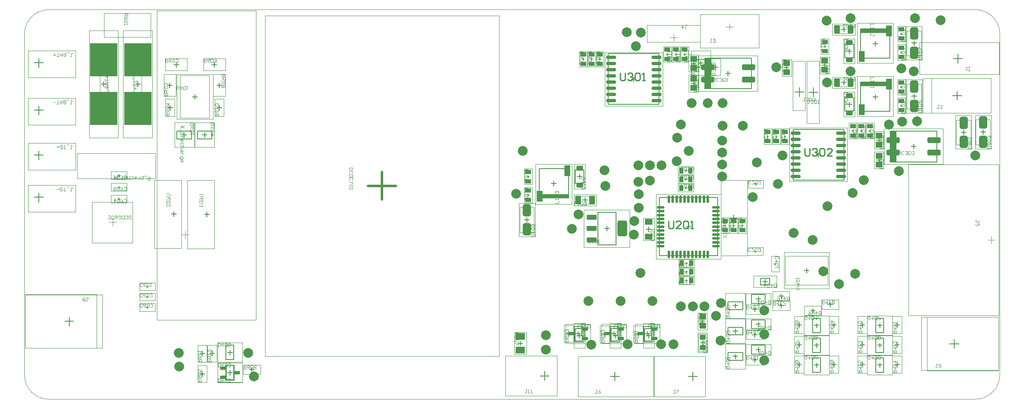
<source format=gtp>
G04*
G04 #@! TF.GenerationSoftware,Altium Limited,Altium Designer,22.7.1 (60)*
G04*
G04 Layer_Color=8421504*
%FSLAX44Y44*%
%MOMM*%
G71*
G04*
G04 #@! TF.SameCoordinates,103DB43E-2C87-4E4D-8813-1F5788BE8077*
G04*
G04*
G04 #@! TF.FilePolarity,Positive*
G04*
G01*
G75*
%ADD12C,0.2000*%
%ADD13C,0.1500*%
%ADD15C,0.2540*%
%ADD16C,0.5000*%
%ADD17C,0.0127*%
%ADD18C,0.0500*%
%ADD19C,0.1000*%
%ADD20R,1.2778X6.3000*%
%ADD21R,6.0000X0.8070*%
G04:AMPARAMS|DCode=22|XSize=1.7mm|YSize=2.5mm|CornerRadius=0.425mm|HoleSize=0mm|Usage=FLASHONLY|Rotation=180.000|XOffset=0mm|YOffset=0mm|HoleType=Round|Shape=RoundedRectangle|*
%AMROUNDEDRECTD22*
21,1,1.7000,1.6500,0,0,180.0*
21,1,0.8500,2.5000,0,0,180.0*
1,1,0.8500,-0.4250,0.8250*
1,1,0.8500,0.4250,0.8250*
1,1,0.8500,0.4250,-0.8250*
1,1,0.8500,-0.4250,-0.8250*
%
%ADD22ROUNDEDRECTD22*%
%ADD23C,2.0000*%
%ADD24R,1.6000X1.2000*%
G04:AMPARAMS|DCode=25|XSize=0.6mm|YSize=2mm|CornerRadius=0.15mm|HoleSize=0mm|Usage=FLASHONLY|Rotation=90.000|XOffset=0mm|YOffset=0mm|HoleType=Round|Shape=RoundedRectangle|*
%AMROUNDEDRECTD25*
21,1,0.6000,1.7000,0,0,90.0*
21,1,0.3000,2.0000,0,0,90.0*
1,1,0.3000,0.8500,0.1500*
1,1,0.3000,0.8500,-0.1500*
1,1,0.3000,-0.8500,-0.1500*
1,1,0.3000,-0.8500,0.1500*
%
%ADD25ROUNDEDRECTD25*%
%ADD26R,1.3500X1.1500*%
G04:AMPARAMS|DCode=27|XSize=1.2mm|YSize=2.75mm|CornerRadius=0.3mm|HoleSize=0mm|Usage=FLASHONLY|Rotation=90.000|XOffset=0mm|YOffset=0mm|HoleType=Round|Shape=RoundedRectangle|*
%AMROUNDEDRECTD27*
21,1,1.2000,2.1500,0,0,90.0*
21,1,0.6000,2.7500,0,0,90.0*
1,1,0.6000,1.0750,0.3000*
1,1,0.6000,1.0750,-0.3000*
1,1,0.6000,-1.0750,-0.3000*
1,1,0.6000,-1.0750,0.3000*
%
%ADD27ROUNDEDRECTD27*%
%ADD28R,1.3000X0.9000*%
%ADD29R,0.9000X1.3000*%
G04:AMPARAMS|DCode=30|XSize=0.55mm|YSize=1.5mm|CornerRadius=0.1375mm|HoleSize=0mm|Usage=FLASHONLY|Rotation=90.000|XOffset=0mm|YOffset=0mm|HoleType=Round|Shape=RoundedRectangle|*
%AMROUNDEDRECTD30*
21,1,0.5500,1.2250,0,0,90.0*
21,1,0.2750,1.5000,0,0,90.0*
1,1,0.2750,0.6125,0.1375*
1,1,0.2750,0.6125,-0.1375*
1,1,0.2750,-0.6125,-0.1375*
1,1,0.2750,-0.6125,0.1375*
%
%ADD30ROUNDEDRECTD30*%
G04:AMPARAMS|DCode=31|XSize=0.55mm|YSize=1.5mm|CornerRadius=0.1375mm|HoleSize=0mm|Usage=FLASHONLY|Rotation=0.000|XOffset=0mm|YOffset=0mm|HoleType=Round|Shape=RoundedRectangle|*
%AMROUNDEDRECTD31*
21,1,0.5500,1.2250,0,0,0.0*
21,1,0.2750,1.5000,0,0,0.0*
1,1,0.2750,0.1375,-0.6125*
1,1,0.2750,-0.1375,-0.6125*
1,1,0.2750,-0.1375,0.6125*
1,1,0.2750,0.1375,0.6125*
%
%ADD31ROUNDEDRECTD31*%
G04:AMPARAMS|DCode=32|XSize=1.2mm|YSize=1.1mm|CornerRadius=0.275mm|HoleSize=0mm|Usage=FLASHONLY|Rotation=180.000|XOffset=0mm|YOffset=0mm|HoleType=Round|Shape=RoundedRectangle|*
%AMROUNDEDRECTD32*
21,1,1.2000,0.5500,0,0,180.0*
21,1,0.6500,1.1000,0,0,180.0*
1,1,0.5500,-0.3250,0.2750*
1,1,0.5500,0.3250,0.2750*
1,1,0.5500,0.3250,-0.2750*
1,1,0.5500,-0.3250,-0.2750*
%
%ADD32ROUNDEDRECTD32*%
%ADD33R,5.6000X6.9000*%
G04:AMPARAMS|DCode=34|XSize=3.3mm|YSize=2.1mm|CornerRadius=0.525mm|HoleSize=0mm|Usage=FLASHONLY|Rotation=90.000|XOffset=0mm|YOffset=0mm|HoleType=Round|Shape=RoundedRectangle|*
%AMROUNDEDRECTD34*
21,1,3.3000,1.0500,0,0,90.0*
21,1,2.2500,2.1000,0,0,90.0*
1,1,1.0500,0.5250,1.1250*
1,1,1.0500,0.5250,-1.1250*
1,1,1.0500,-0.5250,-1.1250*
1,1,1.0500,-0.5250,1.1250*
%
%ADD34ROUNDEDRECTD34*%
G04:AMPARAMS|DCode=35|XSize=1mm|YSize=2.1mm|CornerRadius=0.25mm|HoleSize=0mm|Usage=FLASHONLY|Rotation=90.000|XOffset=0mm|YOffset=0mm|HoleType=Round|Shape=RoundedRectangle|*
%AMROUNDEDRECTD35*
21,1,1.0000,1.6000,0,0,90.0*
21,1,0.5000,2.1000,0,0,90.0*
1,1,0.5000,0.8000,0.2500*
1,1,0.5000,0.8000,-0.2500*
1,1,0.5000,-0.8000,-0.2500*
1,1,0.5000,-0.8000,0.2500*
%
%ADD35ROUNDEDRECTD35*%
%ADD36R,1.9500X1.4000*%
G04:AMPARAMS|DCode=37|XSize=1.75mm|YSize=1.25mm|CornerRadius=0.3125mm|HoleSize=0mm|Usage=FLASHONLY|Rotation=90.000|XOffset=0mm|YOffset=0mm|HoleType=Round|Shape=RoundedRectangle|*
%AMROUNDEDRECTD37*
21,1,1.7500,0.6250,0,0,90.0*
21,1,1.1250,1.2500,0,0,90.0*
1,1,0.6250,0.3125,0.5625*
1,1,0.6250,0.3125,-0.5625*
1,1,0.6250,-0.3125,-0.5625*
1,1,0.6250,-0.3125,0.5625*
%
%ADD37ROUNDEDRECTD37*%
G04:AMPARAMS|DCode=38|XSize=1.3mm|YSize=1.1mm|CornerRadius=0.275mm|HoleSize=0mm|Usage=FLASHONLY|Rotation=180.000|XOffset=0mm|YOffset=0mm|HoleType=Round|Shape=RoundedRectangle|*
%AMROUNDEDRECTD38*
21,1,1.3000,0.5500,0,0,180.0*
21,1,0.7500,1.1000,0,0,180.0*
1,1,0.5500,-0.3750,0.2750*
1,1,0.5500,0.3750,0.2750*
1,1,0.5500,0.3750,-0.2750*
1,1,0.5500,-0.3750,-0.2750*
%
%ADD38ROUNDEDRECTD38*%
G04:AMPARAMS|DCode=39|XSize=0.65mm|YSize=1.25mm|CornerRadius=0.1625mm|HoleSize=0mm|Usage=FLASHONLY|Rotation=270.000|XOffset=0mm|YOffset=0mm|HoleType=Round|Shape=RoundedRectangle|*
%AMROUNDEDRECTD39*
21,1,0.6500,0.9250,0,0,270.0*
21,1,0.3250,1.2500,0,0,270.0*
1,1,0.3250,-0.4625,-0.1625*
1,1,0.3250,-0.4625,0.1625*
1,1,0.3250,0.4625,0.1625*
1,1,0.3250,0.4625,-0.1625*
%
%ADD39ROUNDEDRECTD39*%
%ADD40R,1.3000X2.2000*%
D12*
X273014Y847830D02*
X291264D01*
X282196Y838195D02*
Y856445D01*
X273014Y944830D02*
X291264D01*
X282196Y935195D02*
Y953445D01*
X273014Y755580D02*
X291264D01*
X282196Y745945D02*
Y764195D01*
X273014Y668830D02*
X291264D01*
X282196Y659195D02*
Y677445D01*
X1870473Y876024D02*
Y894274D01*
X1861406Y884639D02*
X1879655D01*
X1841723Y876124D02*
Y894374D01*
X1832656Y884739D02*
X1850905D01*
X2156386Y877240D02*
X2174636D01*
X2165454Y868625D02*
Y886875D01*
X335468Y414250D02*
X353718D01*
X344650Y404615D02*
Y422865D01*
X2159400Y359085D02*
Y377335D01*
X2150332Y367700D02*
X2168582D01*
X1614432Y301000D02*
X1632682D01*
X1623500Y292385D02*
Y310635D01*
X1463250Y292385D02*
Y310635D01*
X1454182Y301000D02*
X1472432D01*
X1319500Y293385D02*
Y311635D01*
X1310432Y302000D02*
X1328682D01*
X2157650Y953840D02*
X2175900D01*
X2167285Y944772D02*
Y963022D01*
X1707646Y617536D02*
Y632536D01*
X1699980Y625064D02*
X1714980D01*
D13*
X2178500Y797250D02*
Y807250D01*
X2173500Y802250D02*
X2183500D01*
X2218750Y797750D02*
Y807750D01*
X2213750Y802750D02*
X2223750D01*
X1532930Y598250D02*
Y608250D01*
X1527930Y603250D02*
X1537930D01*
X1881000Y751250D02*
Y761250D01*
X1876000Y756250D02*
X1886000D01*
X1828930Y704180D02*
X1933070D01*
X1828930Y808320D02*
X1933070D01*
Y704180D02*
Y808320D01*
X1828930Y704180D02*
Y808320D01*
X1502000Y906500D02*
Y916500D01*
X1497000Y911500D02*
X1507000D01*
X1449930Y859430D02*
X1554070D01*
X1449930Y963570D02*
X1554070D01*
Y859430D02*
Y963570D01*
X1449930Y859430D02*
Y963570D01*
X2000000Y745000D02*
X2010000D01*
X2005000Y740000D02*
Y750000D01*
X2000250Y786000D02*
X2010250D01*
X2005250Y781000D02*
Y791000D01*
X1619750Y902750D02*
X1629750D01*
X1624750Y897750D02*
Y907750D01*
X1619750Y943750D02*
X1629750D01*
X1624750Y938750D02*
Y948750D01*
X2071007Y773026D02*
X2081007D01*
X2076007Y768027D02*
Y778027D01*
X2028507Y741526D02*
Y804527D01*
X2123507Y741526D02*
Y804527D01*
X2028507D02*
X2123507D01*
X2028507Y741526D02*
X2123507D01*
X1690757Y923276D02*
X1700757D01*
X1695757Y918277D02*
Y928277D01*
X1648257Y891776D02*
Y954777D01*
X1743257Y891776D02*
Y954777D01*
X1648257D02*
X1743257D01*
X1648257Y891776D02*
X1743257D01*
X1986750Y803250D02*
Y807250D01*
X1984750Y805250D02*
X1988750D01*
X1969250Y803250D02*
Y807250D01*
X1967250Y805250D02*
X1971250D01*
X1951750Y803250D02*
Y807250D01*
X1949750Y805250D02*
X1953750D01*
X1776770Y791460D02*
Y795460D01*
X1774770Y793460D02*
X1778770D01*
X1794550Y791460D02*
Y795460D01*
X1792550Y793460D02*
X1796550D01*
X1812330Y791460D02*
Y795460D01*
X1810330Y793460D02*
X1814330D01*
X1606780Y960500D02*
Y964500D01*
X1604780Y962500D02*
X1608780D01*
X1589000Y960500D02*
Y964500D01*
X1587000Y962500D02*
X1591000D01*
X1571220Y960500D02*
Y964500D01*
X1569220Y962500D02*
X1573220D01*
X1432924Y950424D02*
Y954424D01*
X1430924Y952424D02*
X1434924D01*
X1415892Y950424D02*
Y954424D01*
X1413892Y952424D02*
X1417892D01*
X1398860Y950424D02*
Y954424D01*
X1396860Y952424D02*
X1400860D01*
X1607090Y723820D02*
X1611090D01*
X1609090Y721820D02*
Y725820D01*
X1888750Y940000D02*
X1898750D01*
X1893750Y935000D02*
Y945000D01*
X1554480Y548640D02*
Y668020D01*
X1673860Y548640D02*
Y668020D01*
X1554480D02*
X1673860D01*
X1554480Y548640D02*
X1673860D01*
X1609170Y608330D02*
X1619170D01*
X1614170Y603330D02*
Y613330D01*
X1816000Y929750D02*
Y939750D01*
X1811000Y934750D02*
X1821000D01*
X1643380Y409020D02*
Y419020D01*
X1638380Y414020D02*
X1648380D01*
X1638380Y370500D02*
X1648380D01*
X1643380Y365500D02*
Y375500D01*
X1892000Y978250D02*
X1896000D01*
X1894000Y976250D02*
Y980250D01*
X1610360Y495840D02*
Y499840D01*
X1608360Y497840D02*
X1612360D01*
X1610360Y513620D02*
Y517620D01*
X1608360Y515620D02*
X1612360D01*
X1610360Y531400D02*
Y535400D01*
X1608360Y533400D02*
X1612360D01*
X1687100Y610870D02*
X1691100D01*
X1689100Y608870D02*
Y612870D01*
X1704880Y610870D02*
X1708880D01*
X1706880Y608870D02*
Y612870D01*
X1722660Y610870D02*
X1726660D01*
X1724660Y608870D02*
Y612870D01*
X1609090Y704040D02*
Y708040D01*
X1607090Y706040D02*
X1611090D01*
X1609090Y686260D02*
Y690260D01*
X1607090Y688260D02*
X1611090D01*
X485250Y896000D02*
Y906000D01*
X480250Y901000D02*
X490250D01*
X415250Y896250D02*
Y906250D01*
X410250Y901250D02*
X420250D01*
X1447140Y599560D02*
Y609560D01*
X1442140Y604560D02*
X1452140D01*
X1428640Y571060D02*
X1465640D01*
X1428640Y638060D02*
X1465640D01*
Y571060D02*
Y638060D01*
X1428640Y571060D02*
Y638060D01*
X1264750Y369000D02*
X1274750D01*
X1269750Y364000D02*
Y374000D01*
X1397690Y662980D02*
X1407690D01*
X1402690Y657980D02*
Y667980D01*
X1400260Y697240D02*
Y725240D01*
X1382260Y697240D02*
Y725240D01*
X1400260D01*
X1382260Y697240D02*
X1400260D01*
X1386260Y711240D02*
X1396260D01*
X1391260Y706240D02*
Y716240D01*
X1935370Y955010D02*
Y983010D01*
X1953370Y955010D02*
Y983010D01*
X1935370Y955010D02*
X1953370D01*
X1935370Y983010D02*
X1953370D01*
X1939370Y969010D02*
X1949370D01*
X1944370Y964010D02*
Y974010D01*
X1935370Y845790D02*
Y873790D01*
X1953370Y845790D02*
Y873790D01*
X1935370Y845790D02*
X1953370D01*
X1935370Y873790D02*
X1953370D01*
X1939370Y859790D02*
X1949370D01*
X1944370Y854790D02*
Y864790D01*
X1285850Y709240D02*
Y713240D01*
X1283850Y711240D02*
X1287850D01*
X1285850Y671140D02*
Y675140D01*
X1283850Y673140D02*
X1287850D01*
X2051050Y964470D02*
Y968470D01*
X2049050Y966470D02*
X2053050D01*
X2051050Y1002570D02*
Y1006570D01*
X2049050Y1004570D02*
X2053050D01*
X2051050Y855250D02*
Y859250D01*
X2049050Y857250D02*
X2053050D01*
X2051050Y893350D02*
Y897350D01*
X2049050Y895350D02*
X2053050D01*
X1388110Y383620D02*
Y393620D01*
X1383110Y388620D02*
X1393110D01*
X1396110Y373620D02*
Y403620D01*
X1380110Y373620D02*
Y403620D01*
Y373620D02*
X1396110D01*
X1380110Y403620D02*
X1396110D01*
X1461770Y383620D02*
Y393620D01*
X1456770Y388620D02*
X1466770D01*
X1469770Y373620D02*
Y403620D01*
X1453770Y373620D02*
Y403620D01*
Y373620D02*
X1469770D01*
X1453770Y403620D02*
X1469770D01*
X1530350Y383620D02*
Y393620D01*
X1525350Y388620D02*
X1535350D01*
X1538350Y373620D02*
Y403620D01*
X1522350Y373620D02*
Y403620D01*
Y373620D02*
X1538350D01*
X1522350Y403620D02*
X1538350D01*
X674370Y303610D02*
Y313610D01*
X669370Y308610D02*
X679370D01*
X666370Y293610D02*
Y323610D01*
X682370Y293610D02*
Y323610D01*
X666370D02*
X682370D01*
X666370Y293610D02*
X682370D01*
X1278250Y622500D02*
X1288250D01*
X1283250Y617500D02*
Y627500D01*
X1368170Y667270D02*
Y727270D01*
X1308170Y667270D02*
Y727270D01*
X1368170D01*
X1308170Y667270D02*
X1368170D01*
X1333170Y697270D02*
X1343170D01*
X1338170Y692270D02*
Y702270D01*
X1932940Y1008460D02*
Y1018460D01*
X1927940Y1013460D02*
X1937940D01*
X1967460Y845030D02*
Y905030D01*
X2027460Y845030D02*
Y905030D01*
X1967460Y845030D02*
X2027460D01*
X1967460Y905030D02*
X2027460D01*
X1992460Y875030D02*
X2002460D01*
X1997460Y870030D02*
Y880030D01*
X1967460Y954250D02*
Y1014250D01*
X2027460Y954250D02*
Y1014250D01*
X1967460Y954250D02*
X2027460D01*
X1967460Y1014250D02*
X2027460D01*
X1992460Y984250D02*
X2002460D01*
X1997460Y979250D02*
Y989250D01*
X2072140Y985520D02*
X2082140D01*
X2077140Y980520D02*
Y990520D01*
X1932940Y899240D02*
Y909240D01*
X1927940Y904240D02*
X1937940D01*
X2072140Y876300D02*
X2082140D01*
X2077140Y871300D02*
Y881300D01*
X1869440Y430970D02*
Y440970D01*
X1864440Y435970D02*
X1874440D01*
X1856740Y513520D02*
Y523520D01*
X1851740Y518520D02*
X1861740D01*
X1900000Y448670D02*
X1910000D01*
X1905000Y443670D02*
Y453670D01*
X1799670Y446130D02*
X1809670D01*
X1804670Y441130D02*
Y451130D01*
X1804390Y460790D02*
Y470790D01*
X1799390Y465790D02*
X1809390D01*
X1971040Y320480D02*
Y330480D01*
X1966040Y325480D02*
X1976040D01*
X2042160Y320480D02*
Y330480D01*
X2037160Y325480D02*
X2047160D01*
X1971040Y361120D02*
Y371120D01*
X1966040Y366120D02*
X1976040D01*
X2042160Y361120D02*
Y371120D01*
X2037160Y366120D02*
X2047160D01*
X2042160Y401760D02*
Y411760D01*
X2037160Y406760D02*
X2047160D01*
X1971040Y401760D02*
Y411760D01*
X1966040Y406760D02*
X1976040D01*
X1912620Y320480D02*
Y330480D01*
X1907620Y325480D02*
X1917620D01*
X1841500Y320480D02*
Y330480D01*
X1836500Y325480D02*
X1846500D01*
X1841500Y361120D02*
Y371120D01*
X1836500Y366120D02*
X1846500D01*
X1841500Y401760D02*
Y411760D01*
X1836500Y406760D02*
X1846500D01*
X1912620Y401760D02*
Y411760D01*
X1907620Y406760D02*
X1917620D01*
X1745060Y438510D02*
X1755060D01*
X1750060Y433510D02*
Y443510D01*
X1745060Y386440D02*
X1755060D01*
X1750060Y381440D02*
Y391440D01*
X1745060Y334370D02*
X1755060D01*
X1750060Y329370D02*
Y339370D01*
X1998600Y339210D02*
X2014600D01*
X1998600Y309210D02*
X2014600D01*
Y339210D01*
X1998600Y309210D02*
Y339210D01*
X2001600Y324210D02*
X2011600D01*
X2006600Y319210D02*
Y329210D01*
X1998600Y379850D02*
X2014600D01*
X1998600Y349850D02*
X2014600D01*
Y379850D01*
X1998600Y349850D02*
Y379850D01*
X2001600Y364850D02*
X2011600D01*
X2006600Y359850D02*
Y369850D01*
X1998600Y420490D02*
X2014600D01*
X1998600Y390490D02*
X2014600D01*
Y420490D01*
X1998600Y390490D02*
Y420490D01*
X2001600Y405490D02*
X2011600D01*
X2006600Y400490D02*
Y410490D01*
X1869060Y339210D02*
X1885060D01*
X1869060Y309210D02*
X1885060D01*
Y339210D01*
X1869060Y309210D02*
Y339210D01*
X1872060Y324210D02*
X1882060D01*
X1877060Y319210D02*
Y329210D01*
X1869060Y379850D02*
X1885060D01*
X1869060Y349850D02*
X1885060D01*
Y379850D01*
X1869060Y349850D02*
Y379850D01*
X1872060Y364850D02*
X1882060D01*
X1877060Y359850D02*
Y369850D01*
Y400490D02*
Y410490D01*
X1872060Y405490D02*
X1882060D01*
X1869060Y390490D02*
Y420490D01*
X1885060Y390490D02*
Y420490D01*
X1869060Y390490D02*
X1885060D01*
X1869060Y420490D02*
X1885060D01*
X1705690Y446130D02*
X1715690D01*
X1710690Y441130D02*
Y451130D01*
X1695690Y438130D02*
X1725690D01*
X1695690Y454130D02*
X1725690D01*
Y438130D02*
Y454130D01*
X1695690Y438130D02*
Y454130D01*
Y386060D02*
Y402060D01*
X1725690Y386060D02*
Y402060D01*
X1695690D02*
X1725690D01*
X1695690Y386060D02*
X1725690D01*
X1710690Y389060D02*
Y399060D01*
X1705690Y394060D02*
X1715690D01*
X1695690Y333990D02*
Y349990D01*
X1725690Y333990D02*
Y349990D01*
X1695690D02*
X1725690D01*
X1695690Y333990D02*
X1725690D01*
X1710690Y336990D02*
Y346990D01*
X1705690Y341990D02*
X1715690D01*
X1780650Y488660D02*
Y502660D01*
X1762650Y488660D02*
Y502660D01*
X1780650D01*
X1762650Y488660D02*
X1780650D01*
X1766650Y495660D02*
X1776650D01*
X1771650Y490660D02*
Y500660D01*
X1743680Y451100D02*
X1771680D01*
X1743680Y469100D02*
X1771680D01*
X1743680Y451100D02*
Y469100D01*
X1771680Y451100D02*
Y469100D01*
X1757680Y455100D02*
Y465100D01*
X1752680Y460100D02*
X1762680D01*
X1743680Y399030D02*
X1771680D01*
X1743680Y417030D02*
X1771680D01*
X1743680Y399030D02*
Y417030D01*
X1771680Y399030D02*
Y417030D01*
X1757680Y403030D02*
Y413030D01*
X1752680Y408030D02*
X1762680D01*
X1743680Y346960D02*
X1771680D01*
X1743680Y364960D02*
X1771680D01*
X1743680Y346960D02*
Y364960D01*
X1771680Y346960D02*
Y364960D01*
X1757680Y350960D02*
Y360960D01*
X1752680Y355960D02*
X1762680D01*
X1791970Y530130D02*
Y534130D01*
X1789970Y532130D02*
X1793970D01*
X1670250Y931250D02*
Y941250D01*
X1665250Y936250D02*
X1675250D01*
X1624750Y936250D02*
Y952250D01*
X1654750Y936250D02*
Y952250D01*
X1624750D02*
X1654750D01*
X1624750Y936250D02*
X1654750D01*
X1639750Y939250D02*
Y949250D01*
X1634750Y944250D02*
X1644750D01*
X674250Y345250D02*
Y355250D01*
X669250Y350250D02*
X679250D01*
X666250Y335250D02*
Y365250D01*
X682250Y335250D02*
Y365250D01*
X666250Y335250D02*
X682250D01*
X666250Y365250D02*
X682250D01*
X626750Y628750D02*
Y638750D01*
X621750Y633750D02*
X631750D01*
X554250Y634250D02*
X564250D01*
X559250Y629250D02*
Y639250D01*
X637250Y941250D02*
X647250D01*
X642250Y936250D02*
Y946250D01*
X647250Y853000D02*
X657250D01*
X652250Y848000D02*
Y858000D01*
X617250Y796750D02*
X627250D01*
X622250Y791750D02*
Y801750D01*
X607250Y804750D02*
X637250D01*
X607250Y788750D02*
X637250D01*
X607250D02*
Y804750D01*
X637250Y788750D02*
Y804750D01*
X612500Y348000D02*
X622500D01*
X617500Y343000D02*
Y353000D01*
X632500Y348000D02*
X642500D01*
X637500Y343000D02*
Y353000D01*
X1751330Y555530D02*
Y559530D01*
X1749330Y557530D02*
X1753330D01*
X1752600Y693960D02*
Y697960D01*
X1750600Y695960D02*
X1754600D01*
X647500Y899000D02*
X657500D01*
X652500Y894000D02*
Y904000D01*
X597200Y875350D02*
X607200D01*
X602200Y870350D02*
Y880350D01*
X546000Y899000D02*
X556000D01*
X551000Y894000D02*
Y904000D01*
X564000Y936250D02*
Y946250D01*
X559000Y941250D02*
X569000D01*
X444490Y713740D02*
X448490D01*
X446490Y711740D02*
Y715740D01*
X444490Y689610D02*
X448490D01*
X446490Y687610D02*
Y691610D01*
X444490Y665480D02*
X448490D01*
X446490Y663480D02*
Y667480D01*
X502750Y443000D02*
X506750D01*
X504750Y441000D02*
Y445000D01*
X502750Y464320D02*
X506750D01*
X504750Y462320D02*
Y466320D01*
X502750Y485500D02*
X506750D01*
X504750Y483500D02*
Y487500D01*
X1364060Y388620D02*
X1374060D01*
X1369060Y383620D02*
Y393620D01*
X1437720Y387350D02*
X1447720D01*
X1442720Y382350D02*
Y392350D01*
X1506300Y387350D02*
X1516300D01*
X1511300Y382350D02*
Y392350D01*
X1390860Y379810D02*
Y389810D01*
X1385860Y384810D02*
X1395860D01*
X1381860Y398810D02*
X1399860D01*
X1381860Y370810D02*
X1399860D01*
X1381860D02*
Y398810D01*
X1399860Y370810D02*
Y398810D01*
X1464520Y379810D02*
Y389810D01*
X1459520Y384810D02*
X1469520D01*
X1455520Y398810D02*
X1473520D01*
X1455520Y370810D02*
X1473520D01*
X1455520D02*
Y398810D01*
X1473520Y370810D02*
Y398810D01*
X1533100Y379810D02*
Y389810D01*
X1528100Y384810D02*
X1538100D01*
X1524100Y398810D02*
X1542100D01*
X1524100Y370810D02*
X1542100D01*
X1524100D02*
Y398810D01*
X1542100Y370810D02*
Y398810D01*
X719180Y309960D02*
Y319960D01*
X714180Y314960D02*
X724180D01*
X612500Y306250D02*
X622500D01*
X617500Y301250D02*
Y311250D01*
X674250Y303750D02*
Y313750D01*
X669250Y308750D02*
X679250D01*
X666250Y293750D02*
Y323750D01*
X682250Y293750D02*
Y323750D01*
X666250Y293750D02*
X682250D01*
X666250Y323750D02*
X682250D01*
X546250Y853000D02*
X556250D01*
X551250Y848000D02*
Y858000D01*
X575500Y796750D02*
X585500D01*
X580500Y791750D02*
Y801750D01*
X565500Y804750D02*
X595500D01*
X565500Y788750D02*
X595500D01*
X565500D02*
Y804750D01*
X595500Y788750D02*
Y804750D01*
D15*
X1853060Y768945D02*
Y756249D01*
X1855599Y753710D01*
X1860677D01*
X1863217Y756249D01*
Y768945D01*
X1868295Y766406D02*
X1870834Y768945D01*
X1875913D01*
X1878452Y766406D01*
Y763867D01*
X1875913Y761328D01*
X1873373D01*
X1875913D01*
X1878452Y758788D01*
Y756249D01*
X1875913Y753710D01*
X1870834D01*
X1868295Y756249D01*
X1883530Y766406D02*
X1886069Y768945D01*
X1891148D01*
X1893687Y766406D01*
Y756249D01*
X1891148Y753710D01*
X1886069D01*
X1883530Y756249D01*
Y766406D01*
X1908922Y753710D02*
X1898765D01*
X1908922Y763867D01*
Y766406D01*
X1906383Y768945D01*
X1901304D01*
X1898765Y766406D01*
X1474060Y924195D02*
Y911499D01*
X1476599Y908960D01*
X1481678D01*
X1484217Y911499D01*
Y924195D01*
X1489295Y921656D02*
X1491834Y924195D01*
X1496913D01*
X1499452Y921656D01*
Y919117D01*
X1496913Y916578D01*
X1494373D01*
X1496913D01*
X1499452Y914038D01*
Y911499D01*
X1496913Y908960D01*
X1491834D01*
X1489295Y911499D01*
X1504530Y921656D02*
X1507069Y924195D01*
X1512148D01*
X1514687Y921656D01*
Y911499D01*
X1512148Y908960D01*
X1507069D01*
X1504530Y911499D01*
Y921656D01*
X1519765Y908960D02*
X1524844D01*
X1522304D01*
Y924195D01*
X1519765Y921656D01*
X1573530Y619755D02*
Y607059D01*
X1576069Y604520D01*
X1581147D01*
X1583687Y607059D01*
Y619755D01*
X1598922Y604520D02*
X1588765D01*
X1598922Y614677D01*
Y617216D01*
X1596383Y619755D01*
X1591304D01*
X1588765Y617216D01*
X1604000D02*
X1606539Y619755D01*
X1611618D01*
X1614157Y617216D01*
Y607059D01*
X1611618Y604520D01*
X1606539D01*
X1604000Y607059D01*
Y617216D01*
X1619235Y604520D02*
X1624314D01*
X1621774D01*
Y619755D01*
X1619235Y617216D01*
D16*
X986277Y663954D02*
Y720954D01*
X957485Y692374D02*
X1014485D01*
D17*
X302790Y1054099D02*
G03*
X252790Y1004099I0J-50000D01*
G01*
X2252790D02*
G03*
X2202790Y1054099I-50000J0D01*
G01*
Y254099D02*
G03*
X2252790Y304099I0J50000D01*
G01*
X252790D02*
G03*
X302790Y254099I50000J0D01*
G01*
Y1054099D02*
X2202790D01*
X2252790Y304099D02*
Y1004099D01*
X302790Y254099D02*
X2202790D01*
X252790Y304099D02*
Y1004099D01*
D18*
X1576590Y996805D02*
X1591590D01*
X1584090Y989055D02*
Y1004055D01*
X1638590Y987170D02*
Y1021970D01*
X1529190Y987170D02*
Y1021970D01*
Y987170D02*
X1638590D01*
X1529190Y1021970D02*
X1638590D01*
X2193000Y776500D02*
Y827501D01*
X2163499Y776500D02*
Y827501D01*
X2193000D01*
X2163499Y776500D02*
X2193000D01*
X2162000Y768000D02*
X2195000D01*
X2162000Y836500D02*
X2195000D01*
X2162000Y768000D02*
Y836500D01*
X2195000Y768000D02*
Y836500D01*
X2233250Y777000D02*
Y828001D01*
X2203749Y777000D02*
Y828001D01*
X2233250D01*
X2203749Y777000D02*
X2233250D01*
X2202250Y768500D02*
X2235250D01*
X2202250Y837000D02*
X2235250D01*
X2202250Y768500D02*
Y837000D01*
X2235250Y768500D02*
Y837000D01*
X1521430Y580250D02*
X1544430D01*
X1521430Y626250D02*
X1544430D01*
X1521430Y580250D02*
Y626250D01*
X1544430Y580250D02*
Y626250D01*
X746180Y342030D02*
Y1042030D01*
Y342030D02*
X1226180D01*
X746180Y1042030D02*
X1226180D01*
Y342030D02*
Y1042030D01*
X1821750Y701250D02*
X1940250D01*
X1821750Y811250D02*
X1940250D01*
Y701250D02*
Y811250D01*
X1821750Y701250D02*
Y811250D01*
X1442750Y856500D02*
X1561250D01*
X1442750Y966500D02*
X1561250D01*
Y856500D02*
Y966500D01*
X1442750Y856500D02*
Y966500D01*
X1995500Y727500D02*
X2014500D01*
X1995500Y762500D02*
X2014500D01*
X1995500Y727500D02*
Y762500D01*
X2014500Y727500D02*
Y762500D01*
X1995750Y768500D02*
X2014750D01*
X1995750Y803500D02*
X2014750D01*
X1995750Y768500D02*
Y803500D01*
X2014750Y768500D02*
Y803500D01*
X1615250Y885250D02*
X1634250D01*
X1615250Y920250D02*
X1634250D01*
X1615250Y885250D02*
Y920250D01*
X1634250Y885250D02*
Y920250D01*
X1615250Y926250D02*
X1634250D01*
X1615250Y961250D02*
X1634250D01*
X1615250Y926250D02*
Y961250D01*
X1634250Y926250D02*
Y961250D01*
X2015507Y736527D02*
Y809526D01*
X2136507Y736527D02*
Y809526D01*
X2015507D02*
X2136507D01*
X2015507Y736527D02*
X2136507D01*
X1635257Y886777D02*
Y959776D01*
X1756257Y886777D02*
Y959776D01*
X1635257D02*
X1756257D01*
X1635257Y886777D02*
X1756257D01*
X1978750Y789250D02*
X1994750D01*
X1978750Y821250D02*
X1994750D01*
X1978750Y789250D02*
Y821250D01*
X1994750Y789250D02*
Y821250D01*
X1961250Y789250D02*
X1977250D01*
X1961250Y821250D02*
X1977250D01*
X1961250Y789250D02*
Y821250D01*
X1977250Y789250D02*
Y821250D01*
X1943750Y789250D02*
X1959750D01*
X1943750Y821250D02*
X1959750D01*
X1943750Y789250D02*
Y821250D01*
X1959750Y789250D02*
Y821250D01*
X1768770Y809460D02*
X1784770D01*
X1768770Y777460D02*
X1784770D01*
Y809460D01*
X1768770Y777460D02*
Y809460D01*
X1786550D02*
X1802550D01*
X1786550Y777460D02*
X1802550D01*
Y809460D01*
X1786550Y777460D02*
Y809460D01*
X1804330D02*
X1820330D01*
X1804330Y777460D02*
X1820330D01*
Y809460D01*
X1804330Y777460D02*
Y809460D01*
X1598780Y946500D02*
X1614780D01*
X1598780Y978500D02*
X1614780D01*
X1598780Y946500D02*
Y978500D01*
X1614780Y946500D02*
Y978500D01*
X1581000Y946500D02*
X1597000D01*
X1581000Y978500D02*
X1597000D01*
X1581000Y946500D02*
Y978500D01*
X1597000Y946500D02*
Y978500D01*
X1563220Y946500D02*
X1579220D01*
X1563220Y978500D02*
X1579220D01*
X1563220Y946500D02*
Y978500D01*
X1579220Y946500D02*
Y978500D01*
X1424924Y968424D02*
X1440924D01*
X1424924Y936424D02*
X1440924D01*
Y968424D01*
X1424924Y936424D02*
Y968424D01*
X1407892Y968424D02*
X1423892D01*
X1407892Y936424D02*
X1423892D01*
Y968424D01*
X1407892Y936424D02*
Y968424D01*
X1390860Y968424D02*
X1406860D01*
X1390860Y936424D02*
X1406860D01*
Y968424D01*
X1390860Y936424D02*
Y968424D01*
X1625090Y715820D02*
Y731820D01*
X1593090Y715820D02*
Y731820D01*
Y715820D02*
X1625090D01*
X1593090Y731820D02*
X1625090D01*
X524510Y416560D02*
X727710D01*
X575060Y591835D02*
X590060D01*
X582560Y584210D02*
Y599210D01*
X524510Y416560D02*
Y1051560D01*
X727710Y416560D02*
Y1051560D01*
X524510D02*
X727710D01*
X358000Y817500D02*
Y872500D01*
X260000Y817500D02*
Y872500D01*
Y817500D02*
X358000D01*
X260000Y872500D02*
X358000D01*
Y817500D02*
Y872500D01*
X260000Y817500D02*
Y872500D01*
Y817500D02*
X358000D01*
X260000Y872500D02*
X358000D01*
X415900Y997499D02*
Y1046500D01*
X511401Y997499D02*
Y1046500D01*
X415900Y997499D02*
X511401D01*
X415900Y1046500D02*
X511401D01*
X521250Y707250D02*
Y759250D01*
X361250Y707250D02*
Y759250D01*
X521250D01*
X361250Y707250D02*
X521250D01*
X358000Y914500D02*
Y969500D01*
X260000Y914500D02*
Y969500D01*
Y914500D02*
X358000D01*
X260000Y969500D02*
X358000D01*
Y914500D02*
Y969500D01*
X260000Y914500D02*
Y969500D01*
Y914500D02*
X358000D01*
X260000Y969500D02*
X358000D01*
Y725250D02*
Y780250D01*
X260000Y725250D02*
Y780250D01*
Y725250D02*
X358000D01*
X260000Y780250D02*
X358000D01*
Y725250D02*
Y780250D01*
X260000Y725250D02*
Y780250D01*
Y725250D02*
X358000D01*
X260000Y780250D02*
X358000D01*
Y638500D02*
Y693500D01*
X260000Y638500D02*
Y693500D01*
Y638500D02*
X358000D01*
X260000Y693500D02*
X358000D01*
Y638500D02*
Y693500D01*
X260000Y638500D02*
Y693500D01*
Y638500D02*
X358000D01*
X260000Y693500D02*
X358000D01*
X1884250Y922500D02*
X1903250D01*
X1884250Y957500D02*
X1903250D01*
X1884250Y922500D02*
Y957500D01*
X1903250Y922500D02*
Y957500D01*
X1547670Y541830D02*
Y674830D01*
X1680670Y541830D02*
Y674830D01*
X1547670D02*
X1680670D01*
X1547670Y541830D02*
X1680670D01*
X1806500Y917250D02*
Y952250D01*
X1825500Y917250D02*
Y952250D01*
X1806500Y917250D02*
X1825500D01*
X1806500Y952250D02*
X1825500D01*
X1633880Y396520D02*
Y431520D01*
X1652880Y396520D02*
Y431520D01*
X1633880Y396520D02*
X1652880D01*
X1633880Y431520D02*
X1652880D01*
X1857500Y821050D02*
Y948551D01*
X1882501Y821050D02*
Y948551D01*
X1857500D02*
X1882501D01*
X1857500Y821050D02*
X1882501D01*
X1828500Y847100D02*
Y947850D01*
X1853500Y847100D02*
Y947850D01*
X1828500Y948350D02*
X1853500D01*
X1828500Y847100D02*
X1853500D01*
X1653380Y350250D02*
Y390750D01*
X1633380Y350250D02*
Y390750D01*
X1653380D01*
X1633380Y350250D02*
X1653380D01*
X1635379Y352750D02*
X1651380D01*
X1635379Y387751D02*
X1651380D01*
X1635379Y352750D02*
Y387751D01*
X1651380Y352750D02*
Y387751D01*
X1886000Y962250D02*
Y994250D01*
X1902000Y962250D02*
Y994250D01*
X1886000Y962250D02*
X1902000D01*
X1886000Y994250D02*
X1902000D01*
X1594360Y489840D02*
X1626360D01*
X1594360Y505840D02*
X1626360D01*
Y489840D02*
Y505840D01*
X1594360Y489840D02*
Y505840D01*
Y507620D02*
X1626360D01*
X1594360Y523620D02*
X1626360D01*
Y507620D02*
Y523620D01*
X1594360Y507620D02*
Y523620D01*
Y525400D02*
X1626360D01*
X1594360Y541400D02*
X1626360D01*
Y525400D02*
Y541400D01*
X1594360Y525400D02*
Y541400D01*
X1681100Y594870D02*
Y626870D01*
X1697100Y594870D02*
Y626870D01*
X1681100Y594870D02*
X1697100D01*
X1681100Y626870D02*
X1697100D01*
X1698880Y594870D02*
Y626870D01*
X1714880Y594870D02*
Y626870D01*
X1698880Y594870D02*
X1714880D01*
X1698880Y626870D02*
X1714880D01*
X1716660Y594870D02*
Y626870D01*
X1732660Y594870D02*
Y626870D01*
X1716660Y594870D02*
X1732660D01*
X1716660Y626870D02*
X1732660D01*
X1593090Y714040D02*
X1625090D01*
X1593090Y698040D02*
X1625090D01*
X1593090D02*
Y714040D01*
X1625090Y698040D02*
Y714040D01*
X1593090Y696260D02*
X1625090D01*
X1593090Y680260D02*
X1625090D01*
X1593090D02*
Y696260D01*
X1625090Y680260D02*
Y696260D01*
X455250Y791000D02*
Y1011000D01*
X515250D01*
Y791000D02*
Y1011000D01*
X477250Y882749D02*
Y917750D01*
X493000Y882749D02*
Y917750D01*
X477250Y882749D02*
X493000D01*
X477250Y917750D02*
X493000D01*
X455250Y791000D02*
X515250D01*
X445250Y791250D02*
Y1011250D01*
X385250Y791250D02*
X445250D01*
X385250D02*
Y1011250D01*
X423250Y884500D02*
Y919501D01*
X407500Y884500D02*
Y919501D01*
X423250D01*
X407500Y884500D02*
X423250D01*
X385250Y1011250D02*
X445250D01*
X2095350Y842320D02*
Y913321D01*
X2235101Y842320D02*
Y913321D01*
X2095350D02*
X2235101D01*
X2095350Y842320D02*
X2235101D01*
X2112850Y841820D02*
Y913321D01*
X2235101Y841820D02*
Y913321D01*
X2112850D02*
X2235101D01*
X2112850Y841820D02*
X2235101D01*
X254149Y358999D02*
Y469500D01*
Y358999D02*
X400650D01*
X254149Y469500D02*
X400650D01*
Y358999D02*
Y469500D01*
X254149Y468750D02*
X412650D01*
X254149Y358999D02*
X412650D01*
X254149D02*
Y468750D01*
X412650Y358999D02*
Y468750D01*
X391920Y659070D02*
X474420D01*
X391920Y575320D02*
X474420D01*
X391920D02*
Y659070D01*
X474420Y575320D02*
Y659070D01*
X426170Y617570D02*
X441170D01*
X433670Y610070D02*
Y625070D01*
X1400140Y566060D02*
X1494140D01*
X1400140Y643060D02*
X1494140D01*
Y566060D02*
Y643060D01*
X1400140Y566060D02*
Y643060D01*
X1257250Y346500D02*
Y391500D01*
X1282250Y346500D02*
Y391500D01*
X1257250Y346500D02*
X1282250D01*
X1257250Y391500D02*
X1282250D01*
X2091400Y313200D02*
Y422951D01*
X2249901Y313200D02*
Y422951D01*
X2091400D02*
X2249901D01*
X2091400Y313200D02*
X2249901D01*
X2103400Y312450D02*
Y422951D01*
X2249901Y312450D02*
Y422951D01*
X2103400D02*
X2249901D01*
X2103400Y312450D02*
X2249901D01*
X2065660Y426300D02*
Y736300D01*
X2250660Y426300D02*
Y736300D01*
X2065660Y426300D02*
X2250660D01*
X2065660Y736300D02*
X2250660D01*
X2228965Y581050D02*
X2241715D01*
X2235215Y573675D02*
Y588675D01*
X1691165Y1018855D02*
X1706165D01*
X1698790Y1012605D02*
Y1025355D01*
X1638540Y975355D02*
Y1044300D01*
X1758540Y975740D02*
Y1044300D01*
X1638540D02*
X1758540D01*
X1638540Y975355D02*
X1758540D01*
X1385940Y654980D02*
X1420940D01*
X1385940Y670731D02*
X1420940D01*
Y654980D02*
Y670731D01*
X1385940Y654980D02*
Y670731D01*
X1379690Y651480D02*
Y674480D01*
X1425690Y651480D02*
Y674480D01*
X1379690D02*
X1425690D01*
X1379690Y651480D02*
X1425690D01*
X1402760Y685740D02*
Y736740D01*
X1380010Y685740D02*
Y736740D01*
X1402760D01*
X1380010Y685740D02*
X1402760D01*
X1932870Y943510D02*
Y994510D01*
X1955620Y943510D02*
Y994510D01*
X1932870Y943510D02*
X1955620D01*
X1932870Y994510D02*
X1955620D01*
X1932870Y834290D02*
Y885290D01*
X1955620Y834290D02*
Y885290D01*
X1932870Y834290D02*
X1955620D01*
X1932870Y885290D02*
X1955620D01*
X1277850Y727240D02*
X1293850D01*
X1277850Y695240D02*
X1293850D01*
Y727240D01*
X1277850Y695240D02*
Y727240D01*
Y689140D02*
X1293850D01*
X1277850Y657140D02*
X1293850D01*
Y689140D01*
X1277850Y657140D02*
Y689140D01*
X2043050Y950470D02*
X2059050D01*
X2043050Y982470D02*
X2059050D01*
X2043050Y950470D02*
Y982470D01*
X2059050Y950470D02*
Y982470D01*
X2043050Y988570D02*
X2059050D01*
X2043050Y1020570D02*
X2059050D01*
X2043050Y988570D02*
Y1020570D01*
X2059050Y988570D02*
Y1020570D01*
X2043050Y841250D02*
X2059050D01*
X2043050Y873250D02*
X2059050D01*
X2043050Y841250D02*
Y873250D01*
X2059050Y841250D02*
Y873250D01*
X2043050Y879350D02*
X2059050D01*
X2043050Y911350D02*
X2059050D01*
X2043050Y879350D02*
Y911350D01*
X2059050Y879350D02*
Y911350D01*
X1362610Y408620D02*
X1413610D01*
X1362610Y368620D02*
X1413610D01*
X1362610D02*
Y408620D01*
X1413610Y368620D02*
Y408620D01*
X1436270D02*
X1487270D01*
X1436270Y368620D02*
X1487270D01*
X1436270D02*
Y408620D01*
X1487270Y368620D02*
Y408620D01*
X1504850D02*
X1555850D01*
X1504850Y368620D02*
X1555850D01*
X1504850D02*
Y408620D01*
X1555850Y368620D02*
Y408620D01*
X648870Y288610D02*
X699870D01*
X648870Y328610D02*
X699870D01*
Y288610D02*
Y328610D01*
X648870Y288610D02*
Y328610D01*
X1299750Y588250D02*
Y656750D01*
X1266750Y588250D02*
Y656750D01*
X1299750D01*
X1266750Y588250D02*
X1299750D01*
X1268250Y596750D02*
X1297750D01*
X1268250Y647751D02*
X1297750D01*
X1268250Y596750D02*
Y647751D01*
X1297750Y596750D02*
Y647751D01*
X1301170Y654770D02*
Y737270D01*
Y654770D02*
X1375420D01*
Y737270D01*
X1301170D02*
X1375420D01*
X1543250Y259749D02*
X1648500D01*
X1543250Y342250D02*
X1648500D01*
Y259749D02*
Y342250D01*
X1543250Y259749D02*
Y342250D01*
X1388000Y259750D02*
X1544001D01*
X1388000Y342251D02*
X1544001D01*
Y259750D02*
Y342251D01*
X1388000Y259750D02*
Y342251D01*
X1239250Y260749D02*
Y343250D01*
X1344500Y260749D02*
Y343250D01*
X1239250D02*
X1344500D01*
X1239250Y260749D02*
X1344500D01*
X2251650Y921590D02*
Y986591D01*
X2088649Y921590D02*
Y986591D01*
X2251650D01*
X2088649Y921590D02*
X2251650D01*
X1909940Y1024960D02*
X1955940D01*
X1909940Y1001960D02*
X1955940D01*
X1909940D02*
Y1024960D01*
X1955940Y1001960D02*
Y1024960D01*
X1949690Y1005709D02*
Y1021460D01*
X1914690Y1005709D02*
Y1021460D01*
Y1005709D02*
X1949690D01*
X1914690Y1021460D02*
X1949690D01*
X2034460Y835030D02*
Y917530D01*
X1960210D02*
X2034460D01*
X1960210Y835030D02*
Y917530D01*
Y835030D02*
X2034460D01*
Y944250D02*
Y1026750D01*
X1960210D02*
X2034460D01*
X1960210Y944250D02*
Y1026750D01*
Y944250D02*
X2034460D01*
X2093640Y951270D02*
Y1019770D01*
X2060640Y951270D02*
Y1019770D01*
X2093640D01*
X2060640Y951270D02*
X2093640D01*
X2062140Y959770D02*
X2091640D01*
X2062140Y1010771D02*
X2091640D01*
X2062140Y959770D02*
Y1010771D01*
X2091640Y959770D02*
Y1010771D01*
X1909940Y915740D02*
X1955940D01*
X1909940Y892740D02*
X1955940D01*
X1909940D02*
Y915740D01*
X1955940Y892740D02*
Y915740D01*
X1949690Y896489D02*
Y912240D01*
X1914690Y896489D02*
Y912240D01*
Y896489D02*
X1949690D01*
X1914690Y912240D02*
X1949690D01*
X2093640Y842050D02*
Y910550D01*
X2060640Y842050D02*
Y910550D01*
X2093640D01*
X2060640Y842050D02*
X2093640D01*
X2062140Y850550D02*
X2091640D01*
X2062140Y901551D02*
X2091640D01*
X2062140Y850550D02*
Y901551D01*
X2091640Y850550D02*
Y901551D01*
X1886940Y426470D02*
Y445470D01*
X1851940Y426470D02*
Y445470D01*
X1886940D01*
X1851940Y426470D02*
X1886940D01*
X1810240Y481520D02*
X1903240D01*
X1810240Y555520D02*
X1903240D01*
Y481520D02*
Y555520D01*
X1810240Y481520D02*
Y555520D01*
X1813490Y488520D02*
X1899991D01*
X1813490Y548521D02*
X1899991D01*
Y488520D02*
Y548521D01*
X1813490Y488520D02*
Y548521D01*
X1887500Y458170D02*
X1922500D01*
X1887500Y439170D02*
X1922500D01*
Y458170D01*
X1887500Y439170D02*
Y458170D01*
X1787170Y455630D02*
X1822170D01*
X1787170Y436630D02*
X1822170D01*
Y455630D01*
X1787170Y436630D02*
Y455630D01*
X1821890Y456290D02*
Y475290D01*
X1786890Y456290D02*
Y475290D01*
X1821890D01*
X1786890Y456290D02*
X1821890D01*
X1961540Y307980D02*
Y342980D01*
X1980540Y307980D02*
Y342980D01*
X1961540D02*
X1980540D01*
X1961540Y307980D02*
X1980540D01*
X2032660D02*
Y342980D01*
X2051660Y307980D02*
Y342980D01*
X2032660D02*
X2051660D01*
X2032660Y307980D02*
X2051660D01*
X1961540Y348620D02*
Y383620D01*
X1980540Y348620D02*
Y383620D01*
X1961540D02*
X1980540D01*
X1961540Y348620D02*
X1980540D01*
X2032660D02*
Y383620D01*
X2051660Y348620D02*
Y383620D01*
X2032660D02*
X2051660D01*
X2032660Y348620D02*
X2051660D01*
X2032660Y389260D02*
Y424260D01*
X2051660Y389260D02*
Y424260D01*
X2032660D02*
X2051660D01*
X2032660Y389260D02*
X2051660D01*
X1961540D02*
Y424260D01*
X1980540Y389260D02*
Y424260D01*
X1961540D02*
X1980540D01*
X1961540Y389260D02*
X1980540D01*
X1903120Y307980D02*
Y342980D01*
X1922120Y307980D02*
Y342980D01*
X1903120D02*
X1922120D01*
X1903120Y307980D02*
X1922120D01*
X1832000D02*
Y342980D01*
X1851000Y307980D02*
Y342980D01*
X1832000D02*
X1851000D01*
X1832000Y307980D02*
X1851000D01*
X1832000Y348620D02*
Y383620D01*
X1851000Y348620D02*
Y383620D01*
X1832000D02*
X1851000D01*
X1832000Y348620D02*
X1851000D01*
X1832000Y389260D02*
Y424260D01*
X1851000Y389260D02*
Y424260D01*
X1832000D02*
X1851000D01*
X1832000Y389260D02*
X1851000D01*
X1903120D02*
Y424260D01*
X1922120Y389260D02*
Y424260D01*
X1903120D02*
X1922120D01*
X1903120Y389260D02*
X1922120D01*
X1732560Y448010D02*
X1767560D01*
X1732560Y429010D02*
X1767560D01*
Y448010D01*
X1732560Y429010D02*
Y448010D01*
Y395940D02*
X1767560D01*
X1732560Y376940D02*
X1767560D01*
Y395940D01*
X1732560Y376940D02*
Y395940D01*
Y343870D02*
X1767560D01*
X1732560Y324870D02*
X1767560D01*
Y343870D01*
X1732560Y324870D02*
Y343870D01*
X1981100Y304210D02*
Y344210D01*
X2032100Y304210D02*
Y344210D01*
X1981100Y304210D02*
X2032100D01*
X1981100Y344210D02*
X2032100D01*
X1981100Y344850D02*
Y384850D01*
X2032100Y344850D02*
Y384850D01*
X1981100Y344850D02*
X2032100D01*
X1981100Y384850D02*
X2032100D01*
X1981100Y385490D02*
Y425490D01*
X2032100Y385490D02*
Y425490D01*
X1981100Y385490D02*
X2032100D01*
X1981100Y425490D02*
X2032100D01*
X1851560Y304210D02*
Y344210D01*
X1902560Y304210D02*
Y344210D01*
X1851560Y304210D02*
X1902560D01*
X1851560Y344210D02*
X1902560D01*
X1851560Y344850D02*
Y384850D01*
X1902560Y344850D02*
Y384850D01*
X1851560Y344850D02*
X1902560D01*
X1851560Y384850D02*
X1902560D01*
X1851560Y425490D02*
X1902560D01*
X1851560Y385490D02*
X1902560D01*
Y425490D01*
X1851560Y385490D02*
Y425490D01*
X1690690Y420630D02*
Y471630D01*
X1730690Y420630D02*
Y471630D01*
X1690690D02*
X1730690D01*
X1690690Y420630D02*
X1730690D01*
X1690690Y368560D02*
X1730690D01*
X1690690Y419560D02*
X1730690D01*
Y368560D02*
Y419560D01*
X1690690Y368560D02*
Y419560D01*
Y316490D02*
X1730690D01*
X1690690Y367490D02*
X1730690D01*
Y316490D02*
Y367490D01*
X1690690Y316490D02*
Y367490D01*
X1795400Y483660D02*
Y507660D01*
X1747900Y483660D02*
Y507660D01*
X1795400D01*
X1747900Y483660D02*
X1795400D01*
X1732180Y448600D02*
X1783180D01*
X1732180Y471350D02*
X1783180D01*
X1732180Y448600D02*
Y471350D01*
X1783180Y448600D02*
Y471350D01*
X1732180Y396530D02*
X1783180D01*
X1732180Y419280D02*
X1783180D01*
X1732180Y396530D02*
Y419280D01*
X1783180Y396530D02*
Y419280D01*
X1732180Y344460D02*
X1783180D01*
X1732180Y367210D02*
X1783180D01*
X1732180Y344460D02*
Y367210D01*
X1783180Y344460D02*
Y367210D01*
X1783970Y548130D02*
X1799970D01*
X1783970Y516130D02*
X1799970D01*
X1783970D02*
Y548130D01*
X1799970Y516130D02*
Y548130D01*
X1660750Y918750D02*
Y953750D01*
X1679750Y918750D02*
Y953750D01*
X1660750D02*
X1679750D01*
X1660750Y918750D02*
X1679750D01*
X1619750Y918750D02*
X1659750D01*
X1619750Y969750D02*
X1659750D01*
Y918750D02*
Y969750D01*
X1619750Y918750D02*
Y969750D01*
X648750Y370250D02*
X699750D01*
X648750Y330250D02*
X699750D01*
Y370250D01*
X648750Y330250D02*
Y370250D01*
X641750Y563750D02*
Y703750D01*
X586750Y563750D02*
Y703750D01*
Y563750D02*
X641750D01*
X586750Y703750D02*
X641750D01*
X586750D02*
X641750D01*
X586750Y563750D02*
X641750D01*
X586750D02*
Y703750D01*
X641750Y563750D02*
Y703750D01*
X574250Y564250D02*
Y704250D01*
X519250Y564250D02*
Y704250D01*
Y564250D02*
X574250Y564250D01*
X519250Y704250D02*
X574250Y704250D01*
X519250Y704250D02*
X574250Y704250D01*
X519250Y564250D02*
X574250Y564250D01*
X519250Y564250D02*
Y704250D01*
X574250Y564250D02*
Y704250D01*
X619750Y928750D02*
Y953750D01*
X664750Y928750D02*
Y953750D01*
X619750Y928750D02*
X664750D01*
X619750Y953750D02*
X664750D01*
X642750Y835500D02*
X661750D01*
X642750Y870500D02*
X661750D01*
Y835500D02*
Y870500D01*
X642750Y835500D02*
Y870500D01*
X642250Y771250D02*
Y822250D01*
X602250Y771250D02*
Y822250D01*
Y771250D02*
X642250D01*
X602250Y822250D02*
X642250D01*
X608000Y330500D02*
X627000D01*
X608000Y365500D02*
X627000D01*
Y330500D02*
Y365500D01*
X608000Y330500D02*
Y365500D01*
X628000Y330500D02*
X647000D01*
X628000Y365500D02*
X647000D01*
Y330500D02*
Y365500D01*
X628000Y330500D02*
Y365500D01*
X1680980Y549064D02*
Y704065D01*
X1734980Y549064D02*
Y704065D01*
X1680980D02*
X1734980D01*
X1680980Y549064D02*
X1734980D01*
X1735330Y565530D02*
X1767330D01*
X1735330Y549530D02*
X1767330D01*
Y565530D01*
X1735330Y549530D02*
Y565530D01*
X1736600Y703960D02*
X1768600D01*
X1736600Y687960D02*
X1768600D01*
Y703960D01*
X1736600Y687960D02*
Y703960D01*
X665000Y876500D02*
Y921500D01*
X640000Y876500D02*
Y921500D01*
Y876500D02*
X665000D01*
X640000Y921500D02*
X665000D01*
X565200Y828850D02*
Y921850D01*
X639200Y828850D02*
Y921850D01*
X565200Y828850D02*
X639200D01*
X565200Y921850D02*
X639200D01*
X572200Y832100D02*
Y918600D01*
X632201Y832100D02*
Y918600D01*
X572200Y832100D02*
X632201D01*
X572200Y918600D02*
X632201D01*
X538500Y876500D02*
Y921500D01*
X563500Y876500D02*
Y921500D01*
X538500D02*
X563500D01*
X538500Y876500D02*
X563500D01*
X541500Y953750D02*
X586500D01*
X541500Y928750D02*
X586500D01*
Y953750D01*
X541500Y928750D02*
Y953750D01*
X462490Y705740D02*
Y721740D01*
X430490Y705740D02*
Y721740D01*
X462490D01*
X430490Y705740D02*
X462490D01*
Y681610D02*
Y697610D01*
X430490Y681610D02*
Y697610D01*
X462490D01*
X430490Y681610D02*
X462490D01*
Y657480D02*
Y673480D01*
X430490Y657480D02*
Y673480D01*
X462490D01*
X430490Y657480D02*
X462490D01*
X488750Y435000D02*
Y451000D01*
X520750Y435000D02*
Y451000D01*
X488750Y435000D02*
X520750D01*
X488750Y451000D02*
X520750D01*
X488750Y456320D02*
Y472320D01*
X520750Y456320D02*
Y472320D01*
X488750Y456320D02*
X520750D01*
X488750Y472320D02*
X520750D01*
X488750Y477500D02*
Y493500D01*
X520750Y477500D02*
Y493500D01*
X488750Y477500D02*
X520750D01*
X488750Y493500D02*
X520750D01*
X1359560Y371120D02*
X1378560D01*
X1359560Y406120D02*
X1378560D01*
Y371120D02*
Y406120D01*
X1359560Y371120D02*
Y406120D01*
X1433220Y369850D02*
X1452220D01*
X1433220Y404850D02*
X1452220D01*
Y369850D02*
Y404850D01*
X1433220Y369850D02*
Y404850D01*
X1501800Y369850D02*
X1520800D01*
X1501800Y404850D02*
X1520800D01*
Y369850D02*
Y404850D01*
X1501800Y369850D02*
Y404850D01*
X1379610Y410310D02*
X1402360D01*
X1379610Y359310D02*
X1402360D01*
X1379610D02*
Y410310D01*
X1402360Y359310D02*
Y410310D01*
X1453270D02*
X1476020D01*
X1453270Y359310D02*
X1476020D01*
X1453270D02*
Y410310D01*
X1476020Y359310D02*
Y410310D01*
X1521850D02*
X1544600D01*
X1521850Y359310D02*
X1544600D01*
X1521850D02*
Y410310D01*
X1544600Y359310D02*
Y410310D01*
X701680Y305460D02*
Y324460D01*
X736680Y305460D02*
Y324460D01*
X701680Y305460D02*
X736680D01*
X701680Y324460D02*
X736680D01*
X608000Y288750D02*
X627000D01*
X608000Y323750D02*
X627000D01*
Y288750D02*
Y323750D01*
X608000Y288750D02*
Y323750D01*
X648750Y328750D02*
X699750D01*
X648750Y288750D02*
X699750D01*
Y328750D01*
X648750Y288750D02*
Y328750D01*
X541750Y835500D02*
X560750D01*
X541750Y870500D02*
X560750D01*
Y835500D02*
Y870500D01*
X541750Y835500D02*
Y870500D01*
X600500Y771250D02*
Y822250D01*
X560500Y771250D02*
Y822250D01*
Y771250D02*
X600500D01*
X560500Y822250D02*
X600500D01*
D19*
X1606925Y1015807D02*
X1609257D01*
X1608091D01*
Y1021639D01*
X1609257Y1022805D01*
X1610424D01*
X1611590Y1021639D01*
X1601093Y1022805D02*
Y1015807D01*
X1604592Y1019306D01*
X1599927D01*
X2187002Y769000D02*
X2194000D01*
Y772499D01*
X2192834Y773665D01*
X2188168D01*
X2187002Y772499D01*
Y769000D01*
X2188168Y775998D02*
X2187002Y777164D01*
Y779497D01*
X2188168Y780663D01*
X2189335D01*
X2190501Y779497D01*
Y778330D01*
Y779497D01*
X2191667Y780663D01*
X2192834D01*
X2194000Y779497D01*
Y777164D01*
X2192834Y775998D01*
X2188168Y782996D02*
X2187002Y784162D01*
Y786494D01*
X2188168Y787661D01*
X2192834D01*
X2194000Y786494D01*
Y784162D01*
X2192834Y782996D01*
X2188168D01*
X2194000Y789993D02*
Y792326D01*
Y791160D01*
X2187002D01*
X2188168Y789993D01*
X2227252Y769500D02*
X2234250D01*
Y772999D01*
X2233084Y774165D01*
X2228418D01*
X2227252Y772999D01*
Y769500D01*
X2228418Y776498D02*
X2227252Y777664D01*
Y779997D01*
X2228418Y781163D01*
X2229585D01*
X2230751Y779997D01*
Y778830D01*
Y779997D01*
X2231917Y781163D01*
X2233084D01*
X2234250Y779997D01*
Y777664D01*
X2233084Y776498D01*
X2228418Y783495D02*
X2227252Y784662D01*
Y786994D01*
X2228418Y788161D01*
X2233084D01*
X2234250Y786994D01*
Y784662D01*
X2233084Y783495D01*
X2228418D01*
X2234250Y795158D02*
Y790493D01*
X2229585Y795158D01*
X2228418D01*
X2227252Y793992D01*
Y791660D01*
X2228418Y790493D01*
X1537599Y585915D02*
X1536432Y584749D01*
Y582416D01*
X1537599Y581250D01*
X1542264D01*
X1543430Y582416D01*
Y584749D01*
X1542264Y585915D01*
X1543430Y592913D02*
Y588248D01*
X1538765Y592913D01*
X1537599D01*
X1536432Y591747D01*
Y589414D01*
X1537599Y588248D01*
Y595246D02*
X1536432Y596412D01*
Y598744D01*
X1537599Y599911D01*
X1542264D01*
X1543430Y598744D01*
Y596412D01*
X1542264Y595246D01*
X1537599D01*
X1543430Y602243D02*
Y604576D01*
Y603410D01*
X1536432D01*
X1537599Y602243D01*
X925978Y729630D02*
X918980D01*
Y726131D01*
X920146Y724965D01*
X924811D01*
X925978Y726131D01*
Y729630D01*
X924811Y717967D02*
X925978Y719133D01*
Y721466D01*
X924811Y722632D01*
X920146D01*
X918980Y721466D01*
Y719133D01*
X920146Y717967D01*
X925978Y715635D02*
X918980D01*
Y712136D01*
X920146Y710969D01*
X924811D01*
X925978Y712136D01*
Y715635D01*
X924811Y703971D02*
X925978Y705138D01*
Y707470D01*
X924811Y708637D01*
X920146D01*
X918980Y707470D01*
Y705138D01*
X920146Y703971D01*
X925978Y701639D02*
Y696974D01*
X924811D01*
X920146Y701639D01*
X918980D01*
X924811Y694641D02*
X925978Y693475D01*
Y691142D01*
X924811Y689976D01*
X920146D01*
X918980Y691142D01*
Y693475D01*
X920146Y694641D01*
X924811D01*
X918980Y687644D02*
Y685311D01*
Y686477D01*
X925978D01*
X924811Y687644D01*
X1607948Y952165D02*
X1606782Y950999D01*
Y948666D01*
X1607948Y947500D01*
X1612614D01*
X1613780Y948666D01*
Y950999D01*
X1612614Y952165D01*
X1607948Y954498D02*
X1606782Y955664D01*
Y957997D01*
X1607948Y959163D01*
X1609115D01*
X1610281Y957997D01*
Y956830D01*
Y957997D01*
X1611447Y959163D01*
X1612614D01*
X1613780Y957997D01*
Y955664D01*
X1612614Y954498D01*
X1613780Y961496D02*
Y963828D01*
Y962662D01*
X1606782D01*
X1607948Y961496D01*
Y967327D02*
X1606782Y968493D01*
Y970826D01*
X1607948Y971992D01*
X1609115D01*
X1610281Y970826D01*
Y969660D01*
Y970826D01*
X1611447Y971992D01*
X1612614D01*
X1613780Y970826D01*
Y968493D01*
X1612614Y967327D01*
X1590168Y952165D02*
X1589002Y950999D01*
Y948666D01*
X1590168Y947500D01*
X1594834D01*
X1596000Y948666D01*
Y950999D01*
X1594834Y952165D01*
X1590168Y954498D02*
X1589002Y955664D01*
Y957997D01*
X1590168Y959163D01*
X1591335D01*
X1592501Y957997D01*
Y956830D01*
Y957997D01*
X1593667Y959163D01*
X1594834D01*
X1596000Y957997D01*
Y955664D01*
X1594834Y954498D01*
X1596000Y961496D02*
Y963828D01*
Y962662D01*
X1589002D01*
X1590168Y961496D01*
X1596000Y971992D02*
Y967327D01*
X1591335Y971992D01*
X1590168D01*
X1589002Y970826D01*
Y968493D01*
X1590168Y967327D01*
X1572388Y952165D02*
X1571222Y950999D01*
Y948666D01*
X1572388Y947500D01*
X1577054D01*
X1578220Y948666D01*
Y950999D01*
X1577054Y952165D01*
X1572388Y954498D02*
X1571222Y955664D01*
Y957997D01*
X1572388Y959163D01*
X1573555D01*
X1574721Y957997D01*
Y956830D01*
Y957997D01*
X1575887Y959163D01*
X1577054D01*
X1578220Y957997D01*
Y955664D01*
X1577054Y954498D01*
X1578220Y961496D02*
Y963828D01*
Y962662D01*
X1571222D01*
X1572388Y961496D01*
X1578220Y967327D02*
Y969660D01*
Y968493D01*
X1571222D01*
X1572388Y967327D01*
X1431755Y962759D02*
X1432922Y963925D01*
Y966258D01*
X1431755Y967424D01*
X1427090D01*
X1425924Y966258D01*
Y963925D01*
X1427090Y962759D01*
X1431755Y960426D02*
X1432922Y959260D01*
Y956927D01*
X1431755Y955761D01*
X1430589D01*
X1429423Y956927D01*
Y958094D01*
Y956927D01*
X1428257Y955761D01*
X1427090D01*
X1425924Y956927D01*
Y959260D01*
X1427090Y960426D01*
X1425924Y953428D02*
Y951096D01*
Y952262D01*
X1432922D01*
X1431755Y953428D01*
Y947597D02*
X1432922Y946431D01*
Y944098D01*
X1431755Y942932D01*
X1427090D01*
X1425924Y944098D01*
Y946431D01*
X1427090Y947597D01*
X1431755D01*
X2013500Y728500D02*
X2006502D01*
Y731999D01*
X2007669Y733165D01*
X2010001D01*
X2011167Y731999D01*
Y728500D01*
Y730833D02*
X2013500Y733165D01*
X2007669Y735498D02*
X2006502Y736664D01*
Y738997D01*
X2007669Y740163D01*
X2008835D01*
X2010001Y738997D01*
Y737830D01*
Y738997D01*
X2011167Y740163D01*
X2012334D01*
X2013500Y738997D01*
Y736664D01*
X2012334Y735498D01*
X2007669Y742495D02*
X2006502Y743662D01*
Y745994D01*
X2007669Y747161D01*
X2012334D01*
X2013500Y745994D01*
Y743662D01*
X2012334Y742495D01*
X2007669D01*
X2013500Y752992D02*
X2006502D01*
X2010001Y749493D01*
Y754158D01*
X2013750Y769500D02*
X2006752D01*
Y772999D01*
X2007919Y774165D01*
X2010251D01*
X2011417Y772999D01*
Y769500D01*
Y771833D02*
X2013750Y774165D01*
X2007919Y776498D02*
X2006752Y777664D01*
Y779997D01*
X2007919Y781163D01*
X2009085D01*
X2010251Y779997D01*
Y778830D01*
Y779997D01*
X2011417Y781163D01*
X2012584D01*
X2013750Y779997D01*
Y777664D01*
X2012584Y776498D01*
X2007919Y783496D02*
X2006752Y784662D01*
Y786994D01*
X2007919Y788161D01*
X2012584D01*
X2013750Y786994D01*
Y784662D01*
X2012584Y783496D01*
X2007919D01*
Y790493D02*
X2006752Y791660D01*
Y793992D01*
X2007919Y795158D01*
X2009085D01*
X2010251Y793992D01*
Y792826D01*
Y793992D01*
X2011417Y795158D01*
X2012584D01*
X2013750Y793992D01*
Y791660D01*
X2012584Y790493D01*
X1633250Y886250D02*
X1626252D01*
Y889749D01*
X1627419Y890915D01*
X1629751D01*
X1630917Y889749D01*
Y886250D01*
Y888583D02*
X1633250Y890915D01*
X1627419Y893248D02*
X1626252Y894414D01*
Y896747D01*
X1627419Y897913D01*
X1628585D01*
X1629751Y896747D01*
Y895580D01*
Y896747D01*
X1630917Y897913D01*
X1632084D01*
X1633250Y896747D01*
Y894414D01*
X1632084Y893248D01*
X1627419Y900246D02*
X1626252Y901412D01*
Y903744D01*
X1627419Y904911D01*
X1632084D01*
X1633250Y903744D01*
Y901412D01*
X1632084Y900246D01*
X1627419D01*
X1633250Y911908D02*
Y907243D01*
X1628585Y911908D01*
X1627419D01*
X1626252Y910742D01*
Y908410D01*
X1627419Y907243D01*
X1633250Y927250D02*
X1626252D01*
Y930749D01*
X1627419Y931915D01*
X1629751D01*
X1630917Y930749D01*
Y927250D01*
Y929583D02*
X1633250Y931915D01*
X1627419Y934248D02*
X1626252Y935414D01*
Y937747D01*
X1627419Y938913D01*
X1628585D01*
X1629751Y937747D01*
Y936580D01*
Y937747D01*
X1630917Y938913D01*
X1632084D01*
X1633250Y937747D01*
Y935414D01*
X1632084Y934248D01*
X1627419Y941245D02*
X1626252Y942412D01*
Y944744D01*
X1627419Y945911D01*
X1632084D01*
X1633250Y944744D01*
Y942412D01*
X1632084Y941245D01*
X1627419D01*
X1633250Y948243D02*
Y950576D01*
Y949409D01*
X1626252D01*
X1627419Y948243D01*
X2042415Y762331D02*
X2041249Y763498D01*
X2038916D01*
X2037750Y762331D01*
Y757666D01*
X2038916Y756500D01*
X2041249D01*
X2042415Y757666D01*
X2044748Y756500D02*
Y763498D01*
X2047080Y761165D01*
X2049413Y763498D01*
Y756500D01*
X2056411Y762331D02*
X2055244Y763498D01*
X2052912D01*
X2051745Y762331D01*
Y757666D01*
X2052912Y756500D01*
X2055244D01*
X2056411Y757666D01*
X2058743Y762331D02*
X2059910Y763498D01*
X2062242D01*
X2063408Y762331D01*
Y761165D01*
X2062242Y759999D01*
X2061076D01*
X2062242D01*
X2063408Y758833D01*
Y757666D01*
X2062242Y756500D01*
X2059910D01*
X2058743Y757666D01*
X2065741Y762331D02*
X2066907Y763498D01*
X2069240D01*
X2070406Y762331D01*
Y757666D01*
X2069240Y756500D01*
X2066907D01*
X2065741Y757666D01*
Y762331D01*
X2077404Y756500D02*
X2072739D01*
X2077404Y761165D01*
Y762331D01*
X2076238Y763498D01*
X2073905D01*
X2072739Y762331D01*
X1662165Y912581D02*
X1660999Y913748D01*
X1658666D01*
X1657500Y912581D01*
Y907916D01*
X1658666Y906750D01*
X1660999D01*
X1662165Y907916D01*
X1664498Y906750D02*
Y913748D01*
X1666830Y911415D01*
X1669163Y913748D01*
Y906750D01*
X1676161Y912581D02*
X1674994Y913748D01*
X1672662D01*
X1671496Y912581D01*
Y907916D01*
X1672662Y906750D01*
X1674994D01*
X1676161Y907916D01*
X1678493Y912581D02*
X1679659Y913748D01*
X1681992D01*
X1683158Y912581D01*
Y911415D01*
X1681992Y910249D01*
X1680826D01*
X1681992D01*
X1683158Y909083D01*
Y907916D01*
X1681992Y906750D01*
X1679659D01*
X1678493Y907916D01*
X1685491Y912581D02*
X1686657Y913748D01*
X1688990D01*
X1690156Y912581D01*
Y907916D01*
X1688990Y906750D01*
X1686657D01*
X1685491Y907916D01*
Y912581D01*
X1692489Y906750D02*
X1694821D01*
X1693655D01*
Y913748D01*
X1692489Y912581D01*
X1987919Y794915D02*
X1986752Y793749D01*
Y791416D01*
X1987919Y790250D01*
X1992584D01*
X1993750Y791416D01*
Y793749D01*
X1992584Y794915D01*
X1987919Y797248D02*
X1986752Y798414D01*
Y800747D01*
X1987919Y801913D01*
X1989085D01*
X1990251Y800747D01*
Y799580D01*
Y800747D01*
X1991417Y801913D01*
X1992584D01*
X1993750Y800747D01*
Y798414D01*
X1992584Y797248D01*
X1993750Y808911D02*
Y804246D01*
X1989085Y808911D01*
X1987919D01*
X1986752Y807744D01*
Y805412D01*
X1987919Y804246D01*
X1986752Y815909D02*
X1987919Y813576D01*
X1990251Y811243D01*
X1992584D01*
X1993750Y812410D01*
Y814742D01*
X1992584Y815909D01*
X1991417D01*
X1990251Y814742D01*
Y811243D01*
X1970419Y794915D02*
X1969252Y793749D01*
Y791416D01*
X1970419Y790250D01*
X1975084D01*
X1976250Y791416D01*
Y793749D01*
X1975084Y794915D01*
X1970419Y797248D02*
X1969252Y798414D01*
Y800747D01*
X1970419Y801913D01*
X1971585D01*
X1972751Y800747D01*
Y799580D01*
Y800747D01*
X1973917Y801913D01*
X1975084D01*
X1976250Y800747D01*
Y798414D01*
X1975084Y797248D01*
X1976250Y808911D02*
Y804246D01*
X1971585Y808911D01*
X1970419D01*
X1969252Y807744D01*
Y805412D01*
X1970419Y804246D01*
X1969252Y815909D02*
Y811243D01*
X1972751D01*
X1971585Y813576D01*
Y814742D01*
X1972751Y815909D01*
X1975084D01*
X1976250Y814742D01*
Y812410D01*
X1975084Y811243D01*
X1952919Y794915D02*
X1951752Y793749D01*
Y791416D01*
X1952919Y790250D01*
X1957584D01*
X1958750Y791416D01*
Y793749D01*
X1957584Y794915D01*
X1952919Y797248D02*
X1951752Y798414D01*
Y800747D01*
X1952919Y801913D01*
X1954085D01*
X1955251Y800747D01*
Y799580D01*
Y800747D01*
X1956417Y801913D01*
X1957584D01*
X1958750Y800747D01*
Y798414D01*
X1957584Y797248D01*
X1958750Y808911D02*
Y804246D01*
X1954085Y808911D01*
X1952919D01*
X1951752Y807744D01*
Y805412D01*
X1952919Y804246D01*
X1958750Y814742D02*
X1951752D01*
X1955251Y811243D01*
Y815909D01*
X1775602Y803795D02*
X1776768Y804961D01*
Y807294D01*
X1775602Y808460D01*
X1770936D01*
X1769770Y807294D01*
Y804961D01*
X1770936Y803795D01*
X1775602Y801462D02*
X1776768Y800296D01*
Y797963D01*
X1775602Y796797D01*
X1774435D01*
X1773269Y797963D01*
Y799130D01*
Y797963D01*
X1772103Y796797D01*
X1770936D01*
X1769770Y797963D01*
Y800296D01*
X1770936Y801462D01*
X1769770Y789799D02*
Y794464D01*
X1774435Y789799D01*
X1775602D01*
X1776768Y790966D01*
Y793298D01*
X1775602Y794464D01*
Y787467D02*
X1776768Y786300D01*
Y783968D01*
X1775602Y782802D01*
X1774435D01*
X1773269Y783968D01*
Y785134D01*
Y783968D01*
X1772103Y782802D01*
X1770936D01*
X1769770Y783968D01*
Y786300D01*
X1770936Y787467D01*
X1793382Y803795D02*
X1794548Y804961D01*
Y807294D01*
X1793382Y808460D01*
X1788716D01*
X1787550Y807294D01*
Y804961D01*
X1788716Y803795D01*
X1793382Y801462D02*
X1794548Y800296D01*
Y797963D01*
X1793382Y796797D01*
X1792215D01*
X1791049Y797963D01*
Y799130D01*
Y797963D01*
X1789883Y796797D01*
X1788716D01*
X1787550Y797963D01*
Y800296D01*
X1788716Y801462D01*
X1787550Y789799D02*
Y794464D01*
X1792215Y789799D01*
X1793382D01*
X1794548Y790966D01*
Y793298D01*
X1793382Y794464D01*
X1787550Y782802D02*
Y787467D01*
X1792215Y782802D01*
X1793382D01*
X1794548Y783968D01*
Y786300D01*
X1793382Y787467D01*
X1811161Y803795D02*
X1812328Y804961D01*
Y807294D01*
X1811161Y808460D01*
X1806496D01*
X1805330Y807294D01*
Y804961D01*
X1806496Y803795D01*
X1811161Y801462D02*
X1812328Y800296D01*
Y797963D01*
X1811161Y796797D01*
X1809995D01*
X1808829Y797963D01*
Y799130D01*
Y797963D01*
X1807663Y796797D01*
X1806496D01*
X1805330Y797963D01*
Y800296D01*
X1806496Y801462D01*
X1805330Y789799D02*
Y794464D01*
X1809995Y789799D01*
X1811161D01*
X1812328Y790966D01*
Y793298D01*
X1811161Y794464D01*
X1805330Y787467D02*
Y785134D01*
Y786300D01*
X1812328D01*
X1811161Y787467D01*
X1414723Y962759D02*
X1415890Y963925D01*
Y966258D01*
X1414723Y967424D01*
X1410058D01*
X1408892Y966258D01*
Y963925D01*
X1410058Y962759D01*
X1414723Y960426D02*
X1415890Y959260D01*
Y956927D01*
X1414723Y955761D01*
X1413557D01*
X1412391Y956927D01*
Y958094D01*
Y956927D01*
X1411225Y955761D01*
X1410058D01*
X1408892Y956927D01*
Y959260D01*
X1410058Y960426D01*
X1414723Y953428D02*
X1415890Y952262D01*
Y949930D01*
X1414723Y948763D01*
X1410058D01*
X1408892Y949930D01*
Y952262D01*
X1410058Y953428D01*
X1414723D01*
X1410058Y946431D02*
X1408892Y945265D01*
Y942932D01*
X1410058Y941766D01*
X1414723D01*
X1415890Y942932D01*
Y945265D01*
X1414723Y946431D01*
X1413557D01*
X1412391Y945265D01*
Y941766D01*
X1397691Y962759D02*
X1398858Y963925D01*
Y966258D01*
X1397691Y967424D01*
X1393026D01*
X1391860Y966258D01*
Y963925D01*
X1393026Y962759D01*
X1397691Y960426D02*
X1398858Y959260D01*
Y956927D01*
X1397691Y955761D01*
X1396525D01*
X1395359Y956927D01*
Y958094D01*
Y956927D01*
X1394193Y955761D01*
X1393026D01*
X1391860Y956927D01*
Y959260D01*
X1393026Y960426D01*
X1397691Y953428D02*
X1398858Y952262D01*
Y949930D01*
X1397691Y948763D01*
X1393026D01*
X1391860Y949930D01*
Y952262D01*
X1393026Y953428D01*
X1397691D01*
Y946431D02*
X1398858Y945265D01*
Y942932D01*
X1397691Y941766D01*
X1396525D01*
X1395359Y942932D01*
X1394193Y941766D01*
X1393026D01*
X1391860Y942932D01*
Y945265D01*
X1393026Y946431D01*
X1394193D01*
X1395359Y945265D01*
X1396525Y946431D01*
X1397691D01*
X1395359Y945265D02*
Y942932D01*
X1619425Y724988D02*
X1620591Y723822D01*
X1622924D01*
X1624090Y724988D01*
Y729654D01*
X1622924Y730820D01*
X1620591D01*
X1619425Y729654D01*
X1612427Y730820D02*
X1617092D01*
X1612427Y726155D01*
Y724988D01*
X1613593Y723822D01*
X1615926D01*
X1617092Y724988D01*
X1610094D02*
X1608928Y723822D01*
X1606596D01*
X1605429Y724988D01*
Y729654D01*
X1606596Y730820D01*
X1608928D01*
X1610094Y729654D01*
Y724988D01*
X1598432Y723822D02*
X1600764Y724988D01*
X1603097Y727321D01*
Y729654D01*
X1601930Y730820D01*
X1599598D01*
X1598432Y729654D01*
Y728487D01*
X1599598Y727321D01*
X1603097D01*
X1902250Y923500D02*
X1895252D01*
Y926999D01*
X1896419Y928165D01*
X1898751D01*
X1899917Y926999D01*
Y923500D01*
Y925832D02*
X1902250Y928165D01*
Y935163D02*
Y930498D01*
X1897585Y935163D01*
X1896419D01*
X1895252Y933997D01*
Y931664D01*
X1896419Y930498D01*
X1902250Y937495D02*
Y939828D01*
Y938662D01*
X1895252D01*
X1896419Y937495D01*
X1895252Y943327D02*
Y947992D01*
X1896419D01*
X1901084Y943327D01*
X1902250D01*
X1892831Y988585D02*
X1893998Y989751D01*
Y992084D01*
X1892831Y993250D01*
X1888166D01*
X1887000Y992084D01*
Y989751D01*
X1888166Y988585D01*
X1887000Y981587D02*
Y986252D01*
X1891665Y981587D01*
X1892831D01*
X1893998Y982753D01*
Y985086D01*
X1892831Y986252D01*
X1887000Y979255D02*
Y976922D01*
Y978088D01*
X1893998D01*
X1892831Y979255D01*
Y973423D02*
X1893998Y972257D01*
Y969924D01*
X1892831Y968758D01*
X1891665D01*
X1890499Y969924D01*
Y971090D01*
Y969924D01*
X1889333Y968758D01*
X1888166D01*
X1887000Y969924D01*
Y972257D01*
X1888166Y973423D01*
X1807500Y951250D02*
X1814498D01*
Y947751D01*
X1813331Y946585D01*
X1810999D01*
X1809833Y947751D01*
Y951250D01*
Y948917D02*
X1807500Y946585D01*
Y939587D02*
Y944252D01*
X1812165Y939587D01*
X1813331D01*
X1814498Y940753D01*
Y943086D01*
X1813331Y944252D01*
X1807500Y937254D02*
Y934922D01*
Y936088D01*
X1814498D01*
X1813331Y937254D01*
Y931423D02*
X1814498Y930257D01*
Y927924D01*
X1813331Y926758D01*
X1812165D01*
X1810999Y927924D01*
X1809833Y926758D01*
X1808666D01*
X1807500Y927924D01*
Y930257D01*
X1808666Y931423D01*
X1809833D01*
X1810999Y930257D01*
X1812165Y931423D01*
X1813331D01*
X1810999Y930257D02*
Y927924D01*
X579990Y815910D02*
X572993Y811245D01*
X579990D02*
X572993Y815910D01*
X571826Y808912D02*
Y804247D01*
X570660Y801915D02*
X577658D01*
Y798416D01*
X576491Y797249D01*
X574159D01*
X572993Y798416D01*
Y801915D01*
X577658Y794917D02*
X572993D01*
X575325D01*
X576491Y793750D01*
X577658Y792584D01*
Y791418D01*
X572993Y784420D02*
Y786753D01*
X574159Y787919D01*
X576491D01*
X577658Y786753D01*
Y784420D01*
X576491Y783254D01*
X575325D01*
Y787919D01*
X577658Y776256D02*
Y779755D01*
X576491Y780921D01*
X574159D01*
X572993Y779755D01*
Y776256D01*
X579990Y773923D02*
X572993D01*
X576491D01*
X577658Y772757D01*
Y770425D01*
X576491Y769258D01*
X572993D01*
X577658Y765759D02*
Y763427D01*
X576491Y762261D01*
X572993D01*
Y765759D01*
X574159Y766926D01*
X575325Y765759D01*
Y762261D01*
X577658Y759928D02*
X572993D01*
X575325D01*
X576491Y758762D01*
X577658Y757595D01*
Y756429D01*
X570660Y750598D02*
Y749431D01*
X571826Y748265D01*
X577658D01*
Y751764D01*
X576491Y752930D01*
X574159D01*
X572993Y751764D01*
Y748265D01*
Y742434D02*
Y744766D01*
X574159Y745932D01*
X576491D01*
X577658Y744766D01*
Y742434D01*
X576491Y741267D01*
X575325D01*
Y745932D01*
X346835Y860836D02*
X349167D01*
X348001D01*
Y866667D01*
X349167Y867834D01*
X350334D01*
X351500Y866667D01*
X344502Y869000D02*
X339837D01*
X337505Y860836D02*
Y867834D01*
X334006D01*
X332839Y866667D01*
Y865501D01*
X334006Y864335D01*
X337505D01*
X334006D01*
X332839Y863169D01*
Y862002D01*
X334006Y860836D01*
X337505D01*
X330507Y867834D02*
Y863169D01*
X328174Y860836D01*
X325842Y863169D01*
Y867834D01*
Y864335D01*
X330507D01*
X323509Y860836D02*
X318844D01*
X321176D01*
Y867834D01*
X316511Y864335D02*
X311846D01*
X457750Y1045750D02*
X464748D01*
Y1042251D01*
X463582Y1041085D01*
X461249D01*
X460083Y1042251D01*
Y1045750D01*
Y1043417D02*
X457750Y1041085D01*
X464748Y1034087D02*
X463582Y1036420D01*
X461249Y1038752D01*
X458916D01*
X457750Y1037586D01*
Y1035253D01*
X458916Y1034087D01*
X460083D01*
X461249Y1035253D01*
Y1038752D01*
X463582Y1031755D02*
X464748Y1030588D01*
Y1028256D01*
X463582Y1027089D01*
X458916D01*
X457750Y1028256D01*
Y1030588D01*
X458916Y1031755D01*
X463582D01*
X457750Y1024757D02*
Y1022424D01*
Y1023590D01*
X464748D01*
X463582Y1024757D01*
X510250Y711167D02*
Y704169D01*
X506751D01*
X505585Y705336D01*
Y707668D01*
X506751Y708835D01*
X510250D01*
X507917D02*
X505585Y711167D01*
X503252Y712333D02*
X498587D01*
X496255Y713500D02*
Y706502D01*
X492756D01*
X491589Y707668D01*
Y710001D01*
X492756Y711167D01*
X496255D01*
X489257Y706502D02*
Y711167D01*
Y708835D01*
X488091Y707668D01*
X486924Y706502D01*
X485758D01*
X478760Y711167D02*
X481093D01*
X482259Y710001D01*
Y707668D01*
X481093Y706502D01*
X478760D01*
X477594Y707668D01*
Y708835D01*
X482259D01*
X470596Y706502D02*
X474095D01*
X475261Y707668D01*
Y710001D01*
X474095Y711167D01*
X470596D01*
X468264Y704169D02*
Y711167D01*
Y707668D01*
X467097Y706502D01*
X464765D01*
X463598Y707668D01*
Y711167D01*
X460099Y706502D02*
X457767D01*
X456601Y707668D01*
Y711167D01*
X460099D01*
X461266Y710001D01*
X460099Y708835D01*
X456601D01*
X454268Y706502D02*
Y711167D01*
Y708835D01*
X453102Y707668D01*
X451935Y706502D01*
X450769D01*
X444938Y713500D02*
X443771D01*
X442605Y712333D01*
Y706502D01*
X446104D01*
X447270Y707668D01*
Y710001D01*
X446104Y711167D01*
X442605D01*
X436774D02*
X439106D01*
X440272Y710001D01*
Y707668D01*
X439106Y706502D01*
X436774D01*
X435607Y707668D01*
Y708835D01*
X440272D01*
X346835Y957836D02*
X349167D01*
X348001D01*
Y963667D01*
X349167Y964834D01*
X350334D01*
X351500Y963667D01*
X344502Y966000D02*
X339837D01*
X337505Y957836D02*
Y964834D01*
X334006D01*
X332839Y963667D01*
Y962501D01*
X334006Y961335D01*
X337505D01*
X334006D01*
X332839Y960169D01*
Y959002D01*
X334006Y957836D01*
X337505D01*
X330507Y964834D02*
Y960169D01*
X328174Y957836D01*
X325842Y960169D01*
Y964834D01*
Y961335D01*
X330507D01*
X323509Y957836D02*
X318844D01*
X321176D01*
Y964834D01*
X316511Y961335D02*
X311846D01*
X314179Y959002D02*
Y963667D01*
X346835Y768586D02*
X349167D01*
X348001D01*
Y774417D01*
X349167Y775584D01*
X350334D01*
X351500Y774417D01*
X344502Y776750D02*
X339837D01*
X337505Y768586D02*
X332839D01*
X335172D01*
Y775584D01*
X325842Y769752D02*
X327008Y768586D01*
X329341D01*
X330507Y769752D01*
Y770919D01*
X329341Y772085D01*
X327008D01*
X325842Y773251D01*
Y774417D01*
X327008Y775584D01*
X329341D01*
X330507Y774417D01*
X323509Y772085D02*
X318844D01*
X321176Y769752D02*
Y774417D01*
X346835Y681836D02*
X349167D01*
X348001D01*
Y687667D01*
X349167Y688834D01*
X350334D01*
X351500Y687667D01*
X344502Y690000D02*
X339837D01*
X337505Y681836D02*
X332839D01*
X335172D01*
Y688834D01*
X325842Y683002D02*
X327008Y681836D01*
X329341D01*
X330507Y683002D01*
Y684169D01*
X329341Y685335D01*
X327008D01*
X325842Y686501D01*
Y687667D01*
X327008Y688834D01*
X329341D01*
X330507Y687667D01*
X323509Y685335D02*
X318844D01*
X1634880Y430520D02*
X1641878D01*
Y427021D01*
X1640712Y425855D01*
X1638379D01*
X1637213Y427021D01*
Y430520D01*
Y428187D02*
X1634880Y425855D01*
Y418857D02*
Y423522D01*
X1639545Y418857D01*
X1640712D01*
X1641878Y420023D01*
Y422356D01*
X1640712Y423522D01*
Y416525D02*
X1641878Y415358D01*
Y413026D01*
X1640712Y411859D01*
X1636046D01*
X1634880Y413026D01*
Y415358D01*
X1636046Y416525D01*
X1640712D01*
X1634880Y409527D02*
Y407194D01*
Y408360D01*
X1641878D01*
X1640712Y409527D01*
X1862915Y868798D02*
X1860583D01*
X1861749D01*
Y862966D01*
X1860583Y861800D01*
X1859416D01*
X1858250Y862966D01*
X1869913Y861800D02*
X1865248D01*
X1869913Y866465D01*
Y867632D01*
X1868747Y868798D01*
X1866414D01*
X1865248Y867632D01*
X1872245D02*
X1873412Y868798D01*
X1875744D01*
X1876911Y867632D01*
Y862966D01*
X1875744Y861800D01*
X1873412D01*
X1872245Y862966D01*
Y867632D01*
X1879243Y861800D02*
X1881576D01*
X1880410D01*
Y868798D01*
X1879243Y867632D01*
X1853165Y873348D02*
X1850833D01*
X1851999D01*
Y867516D01*
X1850833Y866350D01*
X1849666D01*
X1848500Y867516D01*
X1860163Y866350D02*
X1855498D01*
X1860163Y871015D01*
Y872181D01*
X1858997Y873348D01*
X1856664D01*
X1855498Y872181D01*
X1862496D02*
X1863662Y873348D01*
X1865994D01*
X1867161Y872181D01*
Y867516D01*
X1865994Y866350D01*
X1863662D01*
X1862496Y867516D01*
Y872181D01*
X1874158Y866350D02*
X1869493D01*
X1874158Y871015D01*
Y872181D01*
X1872992Y873348D01*
X1870659D01*
X1869493Y872181D01*
X1645132Y351250D02*
X1652130D01*
Y354749D01*
X1650964Y355915D01*
X1646299D01*
X1645132Y354749D01*
Y351250D01*
X1652130Y362913D02*
Y358248D01*
X1647465Y362913D01*
X1646299D01*
X1645132Y361747D01*
Y359414D01*
X1646299Y358248D01*
Y365246D02*
X1645132Y366412D01*
Y368744D01*
X1646299Y369911D01*
X1650964D01*
X1652130Y368744D01*
Y366412D01*
X1650964Y365246D01*
X1646299D01*
X1652130Y372243D02*
Y374576D01*
Y373410D01*
X1645132D01*
X1646299Y372243D01*
X1600025Y496671D02*
X1598859Y497838D01*
X1596526D01*
X1595360Y496671D01*
Y492006D01*
X1596526Y490840D01*
X1598859D01*
X1600025Y492006D01*
X1607023Y490840D02*
X1602358D01*
X1607023Y495505D01*
Y496671D01*
X1605857Y497838D01*
X1603524D01*
X1602358Y496671D01*
X1609355Y490840D02*
X1611688D01*
X1610522D01*
Y497838D01*
X1609355Y496671D01*
X1619852Y490840D02*
X1615187D01*
X1619852Y495505D01*
Y496671D01*
X1618686Y497838D01*
X1616353D01*
X1615187Y496671D01*
X1600025Y514451D02*
X1598859Y515618D01*
X1596526D01*
X1595360Y514451D01*
Y509786D01*
X1596526Y508620D01*
X1598859D01*
X1600025Y509786D01*
X1607023Y508620D02*
X1602358D01*
X1607023Y513285D01*
Y514451D01*
X1605857Y515618D01*
X1603524D01*
X1602358Y514451D01*
X1609355Y508620D02*
X1611688D01*
X1610522D01*
Y515618D01*
X1609355Y514451D01*
X1615187Y508620D02*
X1617520D01*
X1616353D01*
Y515618D01*
X1615187Y514451D01*
X1600025Y532231D02*
X1598859Y533398D01*
X1596526D01*
X1595360Y532231D01*
Y527566D01*
X1596526Y526400D01*
X1598859D01*
X1600025Y527566D01*
X1607023Y526400D02*
X1602358D01*
X1607023Y531065D01*
Y532231D01*
X1605857Y533398D01*
X1603524D01*
X1602358Y532231D01*
X1609355Y526400D02*
X1611688D01*
X1610522D01*
Y533398D01*
X1609355Y532231D01*
X1615187D02*
X1616353Y533398D01*
X1618686D01*
X1619852Y532231D01*
Y527566D01*
X1618686Y526400D01*
X1616353D01*
X1615187Y527566D01*
Y532231D01*
X1687931Y621205D02*
X1689098Y622371D01*
Y624704D01*
X1687931Y625870D01*
X1683266D01*
X1682100Y624704D01*
Y622371D01*
X1683266Y621205D01*
X1682100Y614207D02*
Y618872D01*
X1686765Y614207D01*
X1687931D01*
X1689098Y615373D01*
Y617706D01*
X1687931Y618872D01*
Y611874D02*
X1689098Y610708D01*
Y608376D01*
X1687931Y607209D01*
X1683266D01*
X1682100Y608376D01*
Y610708D01*
X1683266Y611874D01*
X1687931D01*
X1683266Y604877D02*
X1682100Y603710D01*
Y601378D01*
X1683266Y600211D01*
X1687931D01*
X1689098Y601378D01*
Y603710D01*
X1687931Y604877D01*
X1686765D01*
X1685599Y603710D01*
Y600211D01*
X1705711Y621205D02*
X1706878Y622371D01*
Y624704D01*
X1705711Y625870D01*
X1701046D01*
X1699880Y624704D01*
Y622371D01*
X1701046Y621205D01*
X1699880Y614207D02*
Y618872D01*
X1704545Y614207D01*
X1705711D01*
X1706878Y615373D01*
Y617706D01*
X1705711Y618872D01*
Y611874D02*
X1706878Y610708D01*
Y608376D01*
X1705711Y607209D01*
X1701046D01*
X1699880Y608376D01*
Y610708D01*
X1701046Y611874D01*
X1705711D01*
Y604877D02*
X1706878Y603710D01*
Y601378D01*
X1705711Y600211D01*
X1704545D01*
X1703379Y601378D01*
X1702213Y600211D01*
X1701046D01*
X1699880Y601378D01*
Y603710D01*
X1701046Y604877D01*
X1702213D01*
X1703379Y603710D01*
X1704545Y604877D01*
X1705711D01*
X1703379Y603710D02*
Y601378D01*
X1723491Y621205D02*
X1724658Y622371D01*
Y624704D01*
X1723491Y625870D01*
X1718826D01*
X1717660Y624704D01*
Y622371D01*
X1718826Y621205D01*
X1717660Y614207D02*
Y618872D01*
X1722325Y614207D01*
X1723491D01*
X1724658Y615373D01*
Y617706D01*
X1723491Y618872D01*
Y611874D02*
X1724658Y610708D01*
Y608376D01*
X1723491Y607209D01*
X1718826D01*
X1717660Y608376D01*
Y610708D01*
X1718826Y611874D01*
X1723491D01*
X1724658Y604877D02*
Y600211D01*
X1723491D01*
X1718826Y604877D01*
X1717660D01*
X1619425Y707208D02*
X1620591Y706042D01*
X1622924D01*
X1624090Y707208D01*
Y711874D01*
X1622924Y713040D01*
X1620591D01*
X1619425Y711874D01*
X1612427Y713040D02*
X1617092D01*
X1612427Y708375D01*
Y707208D01*
X1613593Y706042D01*
X1615926D01*
X1617092Y707208D01*
X1610094D02*
X1608928Y706042D01*
X1606596D01*
X1605429Y707208D01*
Y711874D01*
X1606596Y713040D01*
X1608928D01*
X1610094Y711874D01*
Y707208D01*
X1598432Y706042D02*
X1603097D01*
Y709541D01*
X1600764Y708375D01*
X1599598D01*
X1598432Y709541D01*
Y711874D01*
X1599598Y713040D01*
X1601930D01*
X1603097Y711874D01*
X1619425Y689428D02*
X1620591Y688262D01*
X1622924D01*
X1624090Y689428D01*
Y694094D01*
X1622924Y695260D01*
X1620591D01*
X1619425Y694094D01*
X1612427Y695260D02*
X1617092D01*
X1612427Y690595D01*
Y689428D01*
X1613593Y688262D01*
X1615926D01*
X1617092Y689428D01*
X1610094D02*
X1608928Y688262D01*
X1606596D01*
X1605429Y689428D01*
Y694094D01*
X1606596Y695260D01*
X1608928D01*
X1610094Y694094D01*
Y689428D01*
X1599598Y695260D02*
Y688262D01*
X1603097Y691761D01*
X1598432D01*
X482914Y918335D02*
Y923000D01*
X479415D01*
Y920667D01*
Y923000D01*
X475916D01*
X474750Y916002D02*
Y911337D01*
X482914Y909005D02*
Y904339D01*
Y906672D01*
X475916D01*
X481748Y897342D02*
X482914Y898508D01*
Y900841D01*
X481748Y902007D01*
X480582D01*
X479415Y900841D01*
Y898508D01*
X478249Y897342D01*
X477083D01*
X475916Y898508D01*
Y900841D01*
X477083Y902007D01*
X479415Y895009D02*
Y890344D01*
X481748Y892676D02*
X477083D01*
X417586Y883915D02*
Y879250D01*
X421085D01*
Y881583D01*
Y879250D01*
X424584D01*
X425750Y886248D02*
Y890913D01*
X417586Y893246D02*
X424584D01*
Y896744D01*
X423417Y897911D01*
X422251D01*
X421085Y896744D01*
Y893246D01*
Y896744D01*
X419919Y897911D01*
X418752D01*
X417586Y896744D01*
Y893246D01*
X424584Y900243D02*
X419919D01*
X417586Y902576D01*
X419919Y904909D01*
X424584D01*
X421085D01*
Y900243D01*
X417586Y907241D02*
Y911906D01*
Y909574D01*
X424584D01*
X421085Y914239D02*
Y918904D01*
X418752Y916571D02*
X423417D01*
X2128015Y858318D02*
X2125683D01*
X2126849D01*
Y852486D01*
X2125683Y851320D01*
X2124516D01*
X2123350Y852486D01*
X2135013Y851320D02*
X2130348D01*
X2135013Y855985D01*
Y857151D01*
X2133847Y858318D01*
X2131514D01*
X2130348Y857151D01*
X379235Y455502D02*
X381567D01*
X380401D01*
Y461334D01*
X381567Y462500D01*
X382734D01*
X383900Y461334D01*
X376902Y456669D02*
X375736Y455502D01*
X373403D01*
X372237Y456669D01*
Y457835D01*
X373403Y459001D01*
X372237Y460167D01*
Y461334D01*
X373403Y462500D01*
X375736D01*
X376902Y461334D01*
Y460167D01*
X375736Y459001D01*
X376902Y457835D01*
Y456669D01*
X375736Y459001D02*
X373403D01*
X471270Y623972D02*
Y630970D01*
X467771D01*
X466605Y629804D01*
Y625139D01*
X467771Y623972D01*
X471270D01*
X459607Y625139D02*
X460773Y623972D01*
X463106D01*
X464272Y625139D01*
Y629804D01*
X463106Y630970D01*
X460773D01*
X459607Y629804D01*
X457275Y623972D02*
Y630970D01*
X453776D01*
X452609Y629804D01*
Y625139D01*
X453776Y623972D01*
X457275D01*
X445612Y625139D02*
X446778Y623972D01*
X449110D01*
X450277Y625139D01*
Y629804D01*
X449110Y630970D01*
X446778D01*
X445612Y629804D01*
X438614Y623972D02*
X440947Y625139D01*
X443279Y627471D01*
Y629804D01*
X442113Y630970D01*
X439780D01*
X438614Y629804D01*
Y628637D01*
X439780Y627471D01*
X443279D01*
X436281Y625139D02*
X435115Y623972D01*
X432782D01*
X431616Y625139D01*
Y629804D01*
X432782Y630970D01*
X435115D01*
X436281Y629804D01*
Y625139D01*
X424618Y630970D02*
X429283D01*
X424618Y626305D01*
Y625139D01*
X425785Y623972D01*
X428117D01*
X429283Y625139D01*
X1409640Y582308D02*
Y576476D01*
X1410806Y575310D01*
X1413139D01*
X1414305Y576476D01*
Y582308D01*
X1416638Y575310D02*
X1418970D01*
X1417804D01*
Y582308D01*
X1416638Y581142D01*
X1422469D02*
X1423636Y582308D01*
X1425968D01*
X1427134Y581142D01*
Y576476D01*
X1425968Y575310D01*
X1423636D01*
X1422469Y576476D01*
Y581142D01*
X1429467Y575310D02*
X1431799D01*
X1430633D01*
Y582308D01*
X1429467Y581142D01*
X1258250Y390500D02*
X1265248D01*
Y387001D01*
X1264081Y385835D01*
X1261749D01*
X1260583Y387001D01*
Y390500D01*
Y388167D02*
X1258250Y385835D01*
X1265248Y378837D02*
X1264081Y381170D01*
X1261749Y383502D01*
X1259416D01*
X1258250Y382336D01*
Y380003D01*
X1259416Y378837D01*
X1260583D01*
X1261749Y380003D01*
Y383502D01*
X1264081Y376505D02*
X1265248Y375338D01*
Y373006D01*
X1264081Y371839D01*
X1259416D01*
X1258250Y373006D01*
Y375338D01*
X1259416Y376505D01*
X1264081D01*
X1265248Y369507D02*
Y364842D01*
X1264081D01*
X1259416Y369507D01*
X1258250D01*
X2124815Y326448D02*
X2122483D01*
X2123649D01*
Y320616D01*
X2122483Y319450D01*
X2121316D01*
X2120150Y320616D01*
X2127148D02*
X2128314Y319450D01*
X2130647D01*
X2131813Y320616D01*
Y325281D01*
X2130647Y326448D01*
X2128314D01*
X2127148Y325281D01*
Y324115D01*
X2128314Y322949D01*
X2131813D01*
X2210463Y617635D02*
Y619967D01*
Y618801D01*
X2204631D01*
X2203465Y619967D01*
Y621134D01*
X2204631Y622300D01*
X2210463Y610637D02*
Y615302D01*
X2206964D01*
X2208130Y612970D01*
Y611803D01*
X2206964Y610637D01*
X2204631D01*
X2203465Y611803D01*
Y614136D01*
X2204631Y615302D01*
X1662205Y994103D02*
X1659873D01*
X1661039D01*
Y988271D01*
X1659873Y987105D01*
X1658706D01*
X1657540Y988271D01*
X1664538Y992936D02*
X1665704Y994103D01*
X1668037D01*
X1669203Y992936D01*
Y991770D01*
X1668037Y990604D01*
X1666870D01*
X1668037D01*
X1669203Y989438D01*
Y988271D01*
X1668037Y987105D01*
X1665704D01*
X1664538Y988271D01*
X1385355Y659478D02*
X1380690D01*
Y655979D01*
X1383023D01*
X1380690D01*
Y652480D01*
X1387688D02*
X1390020D01*
X1388854D01*
Y659478D01*
X1387688Y658311D01*
X1393519D02*
X1394686Y659478D01*
X1397018D01*
X1398184Y658311D01*
Y653646D01*
X1397018Y652480D01*
X1394686D01*
X1393519Y653646D01*
Y658311D01*
X1400517D02*
X1401683Y659478D01*
X1404016D01*
X1405182Y658311D01*
Y657145D01*
X1404016Y655979D01*
X1402849D01*
X1404016D01*
X1405182Y654813D01*
Y653646D01*
X1404016Y652480D01*
X1401683D01*
X1400517Y653646D01*
X1394762Y686740D02*
X1401760D01*
Y690239D01*
X1400594Y691405D01*
X1395928D01*
X1394762Y690239D01*
Y686740D01*
X1401760Y693738D02*
Y696070D01*
Y694904D01*
X1394762D01*
X1395928Y693738D01*
X1401760Y699569D02*
Y701902D01*
Y700735D01*
X1394762D01*
X1395928Y699569D01*
Y705401D02*
X1394762Y706567D01*
Y708900D01*
X1395928Y710066D01*
X1400594D01*
X1401760Y708900D01*
Y706567D01*
X1400594Y705401D01*
X1395928D01*
X1940868Y993510D02*
X1933870D01*
Y990011D01*
X1935036Y988845D01*
X1939702D01*
X1940868Y990011D01*
Y993510D01*
X1933870Y986512D02*
Y984180D01*
Y985346D01*
X1940868D01*
X1939702Y986512D01*
Y980681D02*
X1940868Y979514D01*
Y977182D01*
X1939702Y976016D01*
X1935036D01*
X1933870Y977182D01*
Y979514D01*
X1935036Y980681D01*
X1939702D01*
Y973683D02*
X1940868Y972517D01*
Y970184D01*
X1939702Y969018D01*
X1938535D01*
X1937369Y970184D01*
X1936203Y969018D01*
X1935036D01*
X1933870Y970184D01*
Y972517D01*
X1935036Y973683D01*
X1936203D01*
X1937369Y972517D01*
X1938535Y973683D01*
X1939702D01*
X1937369Y972517D02*
Y970184D01*
X1940868Y884290D02*
X1933870D01*
Y880791D01*
X1935036Y879625D01*
X1939702D01*
X1940868Y880791D01*
Y884290D01*
X1933870Y877292D02*
Y874960D01*
Y876126D01*
X1940868D01*
X1939702Y877292D01*
Y871461D02*
X1940868Y870294D01*
Y867962D01*
X1939702Y866796D01*
X1935036D01*
X1933870Y867962D01*
Y870294D01*
X1935036Y871461D01*
X1939702D01*
X1940868Y859798D02*
X1939702Y862131D01*
X1937369Y864463D01*
X1935036D01*
X1933870Y863297D01*
Y860964D01*
X1935036Y859798D01*
X1936203D01*
X1937369Y860964D01*
Y864463D01*
X1284681Y721575D02*
X1285848Y722741D01*
Y725074D01*
X1284681Y726240D01*
X1280016D01*
X1278850Y725074D01*
Y722741D01*
X1280016Y721575D01*
X1278850Y719242D02*
Y716910D01*
Y718076D01*
X1285848D01*
X1284681Y719242D01*
Y713411D02*
X1285848Y712244D01*
Y709912D01*
X1284681Y708746D01*
X1280016D01*
X1278850Y709912D01*
Y712244D01*
X1280016Y713411D01*
X1284681D01*
X1285848Y701748D02*
X1284681Y704081D01*
X1282349Y706413D01*
X1280016D01*
X1278850Y705247D01*
Y702914D01*
X1280016Y701748D01*
X1281183D01*
X1282349Y702914D01*
Y706413D01*
X1284681Y683475D02*
X1285848Y684641D01*
Y686974D01*
X1284681Y688140D01*
X1280016D01*
X1278850Y686974D01*
Y684641D01*
X1280016Y683475D01*
X1278850Y681142D02*
Y678810D01*
Y679976D01*
X1285848D01*
X1284681Y681142D01*
Y675311D02*
X1285848Y674145D01*
Y671812D01*
X1284681Y670646D01*
X1280016D01*
X1278850Y671812D01*
Y674145D01*
X1280016Y675311D01*
X1284681D01*
X1285848Y663648D02*
Y668313D01*
X1282349D01*
X1283515Y665981D01*
Y664814D01*
X1282349Y663648D01*
X1280016D01*
X1278850Y664814D01*
Y667147D01*
X1280016Y668313D01*
X2052219Y956135D02*
X2051052Y954969D01*
Y952636D01*
X2052219Y951470D01*
X2056884D01*
X2058050Y952636D01*
Y954969D01*
X2056884Y956135D01*
X2058050Y958468D02*
Y960800D01*
Y959634D01*
X2051052D01*
X2052219Y958468D01*
Y964299D02*
X2051052Y965465D01*
Y967798D01*
X2052219Y968964D01*
X2056884D01*
X2058050Y967798D01*
Y965465D01*
X2056884Y964299D01*
X2052219D01*
X2058050Y974796D02*
X2051052D01*
X2054551Y971297D01*
Y975962D01*
X2052219Y994235D02*
X2051052Y993069D01*
Y990736D01*
X2052219Y989570D01*
X2056884D01*
X2058050Y990736D01*
Y993069D01*
X2056884Y994235D01*
X2058050Y996568D02*
Y998900D01*
Y997734D01*
X2051052D01*
X2052219Y996568D01*
Y1002399D02*
X2051052Y1003566D01*
Y1005898D01*
X2052219Y1007064D01*
X2056884D01*
X2058050Y1005898D01*
Y1003566D01*
X2056884Y1002399D01*
X2052219D01*
Y1009397D02*
X2051052Y1010563D01*
Y1012896D01*
X2052219Y1014062D01*
X2053385D01*
X2054551Y1012896D01*
Y1011730D01*
Y1012896D01*
X2055717Y1014062D01*
X2056884D01*
X2058050Y1012896D01*
Y1010563D01*
X2056884Y1009397D01*
X2052219Y846915D02*
X2051052Y845749D01*
Y843416D01*
X2052219Y842250D01*
X2056884D01*
X2058050Y843416D01*
Y845749D01*
X2056884Y846915D01*
X2058050Y849248D02*
Y851580D01*
Y850414D01*
X2051052D01*
X2052219Y849248D01*
Y855079D02*
X2051052Y856245D01*
Y858578D01*
X2052219Y859744D01*
X2056884D01*
X2058050Y858578D01*
Y856245D01*
X2056884Y855079D01*
X2052219D01*
X2058050Y866742D02*
Y862077D01*
X2053385Y866742D01*
X2052219D01*
X2051052Y865576D01*
Y863243D01*
X2052219Y862077D01*
Y885015D02*
X2051052Y883849D01*
Y881516D01*
X2052219Y880350D01*
X2056884D01*
X2058050Y881516D01*
Y883849D01*
X2056884Y885015D01*
X2058050Y887348D02*
Y889680D01*
Y888514D01*
X2051052D01*
X2052219Y887348D01*
Y893179D02*
X2051052Y894345D01*
Y896678D01*
X2052219Y897844D01*
X2056884D01*
X2058050Y896678D01*
Y894345D01*
X2056884Y893179D01*
X2052219D01*
X2058050Y900177D02*
Y902510D01*
Y901343D01*
X2051052D01*
X2052219Y900177D01*
X1407945Y406454D02*
Y401788D01*
X1409111Y400622D01*
X1411444D01*
X1412610Y401788D01*
Y406454D01*
X1411444Y407620D01*
X1409111D01*
X1410277Y405287D02*
X1407945Y407620D01*
X1409111D02*
X1407945Y406454D01*
X1400947Y400622D02*
X1405612D01*
Y404121D01*
X1403280Y402955D01*
X1402113D01*
X1400947Y404121D01*
Y406454D01*
X1402113Y407620D01*
X1404446D01*
X1405612Y406454D01*
X1398614Y401788D02*
X1397448Y400622D01*
X1395116D01*
X1393949Y401788D01*
Y406454D01*
X1395116Y407620D01*
X1397448D01*
X1398614Y406454D01*
Y401788D01*
X1391617D02*
X1390450Y400622D01*
X1388118D01*
X1386951Y401788D01*
Y402955D01*
X1388118Y404121D01*
X1389284D01*
X1388118D01*
X1386951Y405287D01*
Y406454D01*
X1388118Y407620D01*
X1390450D01*
X1391617Y406454D01*
X1481605D02*
Y401788D01*
X1482771Y400622D01*
X1485104D01*
X1486270Y401788D01*
Y406454D01*
X1485104Y407620D01*
X1482771D01*
X1483937Y405287D02*
X1481605Y407620D01*
X1482771D02*
X1481605Y406454D01*
X1474607Y400622D02*
X1479272D01*
Y404121D01*
X1476940Y402955D01*
X1475773D01*
X1474607Y404121D01*
Y406454D01*
X1475773Y407620D01*
X1478106D01*
X1479272Y406454D01*
X1472274Y401788D02*
X1471108Y400622D01*
X1468776D01*
X1467609Y401788D01*
Y406454D01*
X1468776Y407620D01*
X1471108D01*
X1472274Y406454D01*
Y401788D01*
X1460612Y407620D02*
X1465277D01*
X1460612Y402955D01*
Y401788D01*
X1461778Y400622D01*
X1464110D01*
X1465277Y401788D01*
X1550185Y406454D02*
Y401788D01*
X1551351Y400622D01*
X1553684D01*
X1554850Y401788D01*
Y406454D01*
X1553684Y407620D01*
X1551351D01*
X1552517Y405287D02*
X1550185Y407620D01*
X1551351D02*
X1550185Y406454D01*
X1543187Y400622D02*
X1547852D01*
Y404121D01*
X1545520Y402955D01*
X1544353D01*
X1543187Y404121D01*
Y406454D01*
X1544353Y407620D01*
X1546686D01*
X1547852Y406454D01*
X1540854Y401788D02*
X1539688Y400622D01*
X1537356D01*
X1536189Y401788D01*
Y406454D01*
X1537356Y407620D01*
X1539688D01*
X1540854Y406454D01*
Y401788D01*
X1533857Y407620D02*
X1531524D01*
X1532690D01*
Y400622D01*
X1533857Y401788D01*
X654535Y290776D02*
Y295441D01*
X653369Y296608D01*
X651036D01*
X649870Y295441D01*
Y290776D01*
X651036Y289610D01*
X653369D01*
X652203Y291943D02*
X654535Y289610D01*
X653369D02*
X654535Y290776D01*
X661533Y296608D02*
X659200Y295441D01*
X656868Y293109D01*
Y290776D01*
X658034Y289610D01*
X660367D01*
X661533Y290776D01*
Y291943D01*
X660367Y293109D01*
X656868D01*
X663866Y295441D02*
X665032Y296608D01*
X667364D01*
X668531Y295441D01*
Y290776D01*
X667364Y289610D01*
X665032D01*
X663866Y290776D01*
Y295441D01*
X675528Y289610D02*
X670863D01*
X675528Y294275D01*
Y295441D01*
X674362Y296608D01*
X672029D01*
X670863Y295441D01*
X1291752Y589250D02*
X1298750D01*
Y592749D01*
X1297584Y593915D01*
X1292919D01*
X1291752Y592749D01*
Y589250D01*
X1298750Y596248D02*
Y598580D01*
Y597414D01*
X1291752D01*
X1292919Y596248D01*
Y602079D02*
X1291752Y603246D01*
Y605578D01*
X1292919Y606744D01*
X1297584D01*
X1298750Y605578D01*
Y603246D01*
X1297584Y602079D01*
X1292919D01*
X1297584Y609077D02*
X1298750Y610243D01*
Y612576D01*
X1297584Y613742D01*
X1292919D01*
X1291752Y612576D01*
Y610243D01*
X1292919Y609077D01*
X1294085D01*
X1295251Y610243D01*
Y613742D01*
X1340922Y656770D02*
X1347920D01*
Y661435D01*
Y663768D02*
Y666100D01*
Y664934D01*
X1340922D01*
X1342088Y663768D01*
Y669599D02*
X1340922Y670766D01*
Y673098D01*
X1342088Y674264D01*
X1346754D01*
X1347920Y673098D01*
Y670766D01*
X1346754Y669599D01*
X1342088D01*
Y676597D02*
X1340922Y677763D01*
Y680096D01*
X1342088Y681262D01*
X1343255D01*
X1344421Y680096D01*
Y678930D01*
Y680096D01*
X1345587Y681262D01*
X1346754D01*
X1347920Y680096D01*
Y677763D01*
X1346754Y676597D01*
X1587165Y272998D02*
X1584833D01*
X1585999D01*
Y267166D01*
X1584833Y266000D01*
X1583666D01*
X1582500Y267166D01*
X1589498Y272998D02*
X1594163D01*
Y271831D01*
X1589498Y267166D01*
Y266000D01*
X1426915Y272998D02*
X1424583D01*
X1425749D01*
Y267166D01*
X1424583Y266000D01*
X1423416D01*
X1422250Y267166D01*
X1433913Y272998D02*
X1431580Y271831D01*
X1429248Y269499D01*
Y267166D01*
X1430414Y266000D01*
X1432746D01*
X1433913Y267166D01*
Y268333D01*
X1432746Y269499D01*
X1429248D01*
X1283165Y273998D02*
X1280833D01*
X1281999D01*
Y268166D01*
X1280833Y267000D01*
X1279666D01*
X1278500Y268166D01*
X1285498Y267000D02*
X1287830D01*
X1286664D01*
Y273998D01*
X1285498Y272831D01*
X1291329Y267000D02*
X1293662D01*
X1292496D01*
Y273998D01*
X1291329Y272831D01*
X2183402Y932005D02*
Y929673D01*
Y930839D01*
X2189234D01*
X2190400Y929673D01*
Y928506D01*
X2189234Y927340D01*
X2190400Y934338D02*
Y936670D01*
Y935504D01*
X2183402D01*
X2184568Y934338D01*
X1950275Y1016962D02*
X1954940D01*
Y1020461D01*
X1952607D01*
X1954940D01*
Y1023960D01*
X1947942D02*
X1945610D01*
X1946776D01*
Y1016962D01*
X1947942Y1018129D01*
X1942111D02*
X1940945Y1016962D01*
X1938612D01*
X1937446Y1018129D01*
Y1022794D01*
X1938612Y1023960D01*
X1940945D01*
X1942111Y1022794D01*
Y1018129D01*
X1930448Y1023960D02*
X1935113D01*
X1930448Y1019295D01*
Y1018129D01*
X1931614Y1016962D01*
X1933947D01*
X1935113Y1018129D01*
X1994708Y915530D02*
X1987710D01*
Y910865D01*
Y908532D02*
Y906200D01*
Y907366D01*
X1994708D01*
X1993542Y908532D01*
Y902701D02*
X1994708Y901535D01*
Y899202D01*
X1993542Y898036D01*
X1988876D01*
X1987710Y899202D01*
Y901535D01*
X1988876Y902701D01*
X1993542D01*
X1987710Y895703D02*
Y893371D01*
Y894537D01*
X1994708D01*
X1993542Y895703D01*
X1994708Y1024750D02*
X1987710D01*
Y1020085D01*
Y1017752D02*
Y1015420D01*
Y1016586D01*
X1994708D01*
X1993542Y1017752D01*
Y1011921D02*
X1994708Y1010754D01*
Y1008422D01*
X1993542Y1007256D01*
X1988876D01*
X1987710Y1008422D01*
Y1010754D01*
X1988876Y1011921D01*
X1993542D01*
X1987710Y1000258D02*
Y1004923D01*
X1992375Y1000258D01*
X1993542D01*
X1994708Y1001424D01*
Y1003757D01*
X1993542Y1004923D01*
X2085642Y952270D02*
X2092640D01*
Y955769D01*
X2091474Y956935D01*
X2086808D01*
X2085642Y955769D01*
Y952270D01*
X2092640Y959268D02*
Y961600D01*
Y960434D01*
X2085642D01*
X2086808Y959268D01*
Y965099D02*
X2085642Y966265D01*
Y968598D01*
X2086808Y969764D01*
X2091474D01*
X2092640Y968598D01*
Y966265D01*
X2091474Y965099D01*
X2086808D01*
X2085642Y972097D02*
Y976762D01*
X2086808D01*
X2091474Y972097D01*
X2092640D01*
X1950275Y907742D02*
X1954940D01*
Y911241D01*
X1952607D01*
X1954940D01*
Y914740D01*
X1947942D02*
X1945610D01*
X1946776D01*
Y907742D01*
X1947942Y908908D01*
X1942111D02*
X1940945Y907742D01*
X1938612D01*
X1937446Y908908D01*
Y913574D01*
X1938612Y914740D01*
X1940945D01*
X1942111Y913574D01*
Y908908D01*
X1935113Y914740D02*
X1932780D01*
X1933947D01*
Y907742D01*
X1935113Y908908D01*
X2085642Y843050D02*
X2092640D01*
Y846549D01*
X2091474Y847715D01*
X2086808D01*
X2085642Y846549D01*
Y843050D01*
X2092640Y850048D02*
Y852380D01*
Y851214D01*
X2085642D01*
X2086808Y850048D01*
Y855879D02*
X2085642Y857046D01*
Y859378D01*
X2086808Y860544D01*
X2091474D01*
X2092640Y859378D01*
Y857046D01*
X2091474Y855879D01*
X2086808D01*
X2085642Y867542D02*
Y862877D01*
X2089141D01*
X2087975Y865210D01*
Y866376D01*
X2089141Y867542D01*
X2091474D01*
X2092640Y866376D01*
Y864043D01*
X2091474Y862877D01*
X1885940Y427470D02*
Y434468D01*
X1882441D01*
X1881275Y433301D01*
Y430969D01*
X1882441Y429803D01*
X1885940D01*
X1883607D02*
X1881275Y427470D01*
X1875443D02*
Y434468D01*
X1878942Y430969D01*
X1874277D01*
X1871944Y433301D02*
X1870778Y434468D01*
X1868446D01*
X1867279Y433301D01*
Y428636D01*
X1868446Y427470D01*
X1870778D01*
X1871944Y428636D01*
Y433301D01*
X1860282Y434468D02*
X1862614Y433301D01*
X1864947Y430969D01*
Y428636D01*
X1863780Y427470D01*
X1861448D01*
X1860282Y428636D01*
Y429803D01*
X1861448Y430969D01*
X1864947D01*
X1842238Y480520D02*
X1836406D01*
X1835240Y481686D01*
Y484019D01*
X1836406Y485185D01*
X1842238D01*
X1835240Y491017D02*
X1842238D01*
X1838739Y487518D01*
Y492183D01*
X1841071Y494515D02*
X1842238Y495682D01*
Y498014D01*
X1841071Y499181D01*
X1836406D01*
X1835240Y498014D01*
Y495682D01*
X1836406Y494515D01*
X1841071D01*
X1835240Y501513D02*
Y503846D01*
Y502679D01*
X1842238D01*
X1841071Y501513D01*
X1888500Y457170D02*
Y450172D01*
X1891999D01*
X1893165Y451339D01*
Y453671D01*
X1891999Y454837D01*
X1888500D01*
X1890833D02*
X1893165Y457170D01*
X1898997D02*
Y450172D01*
X1895498Y453671D01*
X1900163D01*
X1902496Y457170D02*
X1904828D01*
X1903662D01*
Y450172D01*
X1902496Y451339D01*
X1908327D02*
X1909493Y450172D01*
X1911826D01*
X1912992Y451339D01*
Y452505D01*
X1911826Y453671D01*
X1912992Y454837D01*
Y456004D01*
X1911826Y457170D01*
X1909493D01*
X1908327Y456004D01*
Y454837D01*
X1909493Y453671D01*
X1908327Y452505D01*
Y451339D01*
X1909493Y453671D02*
X1911826D01*
X1788170Y454630D02*
Y447632D01*
X1791669D01*
X1792835Y448798D01*
Y451131D01*
X1791669Y452297D01*
X1788170D01*
X1790503D02*
X1792835Y454630D01*
X1798667D02*
Y447632D01*
X1795168Y451131D01*
X1799833D01*
X1802166Y454630D02*
X1804498D01*
X1803332D01*
Y447632D01*
X1802166Y448798D01*
X1807997Y447632D02*
X1812662D01*
Y448798D01*
X1807997Y453464D01*
Y454630D01*
X1820890Y457290D02*
Y464288D01*
X1817391D01*
X1816225Y463121D01*
Y460789D01*
X1817391Y459623D01*
X1820890D01*
X1818557D02*
X1816225Y457290D01*
X1810393D02*
Y464288D01*
X1813892Y460789D01*
X1809227D01*
X1806895Y457290D02*
X1804562D01*
X1805728D01*
Y464288D01*
X1806895Y463121D01*
X1796398Y464288D02*
X1798730Y463121D01*
X1801063Y460789D01*
Y458456D01*
X1799897Y457290D01*
X1797564D01*
X1796398Y458456D01*
Y459623D01*
X1797564Y460789D01*
X1801063D01*
X1962540Y308980D02*
X1969538D01*
Y312479D01*
X1968371Y313645D01*
X1966039D01*
X1964873Y312479D01*
Y308980D01*
Y311313D02*
X1962540Y313645D01*
Y319477D02*
X1969538D01*
X1966039Y315978D01*
Y320643D01*
X1962540Y322976D02*
Y325308D01*
Y324142D01*
X1969538D01*
X1968371Y322976D01*
X1969538Y333472D02*
Y328807D01*
X1966039D01*
X1967205Y331139D01*
Y332306D01*
X1966039Y333472D01*
X1963706D01*
X1962540Y332306D01*
Y329973D01*
X1963706Y328807D01*
X2033660Y308980D02*
X2040658D01*
Y312479D01*
X2039491Y313645D01*
X2037159D01*
X2035993Y312479D01*
Y308980D01*
Y311313D02*
X2033660Y313645D01*
Y319477D02*
X2040658D01*
X2037159Y315978D01*
Y320643D01*
X2033660Y322976D02*
Y325308D01*
Y324142D01*
X2040658D01*
X2039491Y322976D01*
X2033660Y332306D02*
X2040658D01*
X2037159Y328807D01*
Y333472D01*
X1962540Y349620D02*
X1969538D01*
Y353119D01*
X1968371Y354285D01*
X1966039D01*
X1964873Y353119D01*
Y349620D01*
Y351953D02*
X1962540Y354285D01*
Y360117D02*
X1969538D01*
X1966039Y356618D01*
Y361283D01*
X1962540Y363615D02*
Y365948D01*
Y364782D01*
X1969538D01*
X1968371Y363615D01*
Y369447D02*
X1969538Y370613D01*
Y372946D01*
X1968371Y374112D01*
X1967205D01*
X1966039Y372946D01*
Y371780D01*
Y372946D01*
X1964873Y374112D01*
X1963706D01*
X1962540Y372946D01*
Y370613D01*
X1963706Y369447D01*
X2033660Y349620D02*
X2040658D01*
Y353119D01*
X2039491Y354285D01*
X2037159D01*
X2035993Y353119D01*
Y349620D01*
Y351953D02*
X2033660Y354285D01*
Y360117D02*
X2040658D01*
X2037159Y356618D01*
Y361283D01*
X2033660Y363615D02*
Y365948D01*
Y364782D01*
X2040658D01*
X2039491Y363615D01*
X2033660Y374112D02*
Y369447D01*
X2038325Y374112D01*
X2039491D01*
X2040658Y372946D01*
Y370613D01*
X2039491Y369447D01*
X2033660Y390260D02*
X2040658D01*
Y393759D01*
X2039491Y394925D01*
X2037159D01*
X2035993Y393759D01*
Y390260D01*
Y392593D02*
X2033660Y394925D01*
Y400757D02*
X2040658D01*
X2037159Y397258D01*
Y401923D01*
X2033660Y404255D02*
Y406588D01*
Y405422D01*
X2040658D01*
X2039491Y404255D01*
X2033660Y410087D02*
Y412420D01*
Y411253D01*
X2040658D01*
X2039491Y410087D01*
X1962540Y390260D02*
X1969538D01*
Y393759D01*
X1968371Y394925D01*
X1966039D01*
X1964873Y393759D01*
Y390260D01*
Y392593D02*
X1962540Y394925D01*
Y400757D02*
X1969538D01*
X1966039Y397258D01*
Y401923D01*
X1962540Y404255D02*
Y406588D01*
Y405422D01*
X1969538D01*
X1968371Y404255D01*
Y410087D02*
X1969538Y411253D01*
Y413586D01*
X1968371Y414752D01*
X1963706D01*
X1962540Y413586D01*
Y411253D01*
X1963706Y410087D01*
X1968371D01*
X1904120Y308980D02*
X1911118D01*
Y312479D01*
X1909951Y313645D01*
X1907619D01*
X1906452Y312479D01*
Y308980D01*
Y311313D02*
X1904120Y313645D01*
Y319477D02*
X1911118D01*
X1907619Y315978D01*
Y320643D01*
X1909951Y322976D02*
X1911118Y324142D01*
Y326474D01*
X1909951Y327641D01*
X1905286D01*
X1904120Y326474D01*
Y324142D01*
X1905286Y322976D01*
X1909951D01*
X1905286Y329973D02*
X1904120Y331139D01*
Y333472D01*
X1905286Y334638D01*
X1909951D01*
X1911118Y333472D01*
Y331139D01*
X1909951Y329973D01*
X1908785D01*
X1907619Y331139D01*
Y334638D01*
X1833000Y308980D02*
X1839998D01*
Y312479D01*
X1838831Y313645D01*
X1836499D01*
X1835332Y312479D01*
Y308980D01*
Y311313D02*
X1833000Y313645D01*
Y319477D02*
X1839998D01*
X1836499Y315978D01*
Y320643D01*
X1838831Y322976D02*
X1839998Y324142D01*
Y326474D01*
X1838831Y327641D01*
X1834166D01*
X1833000Y326474D01*
Y324142D01*
X1834166Y322976D01*
X1838831D01*
Y329973D02*
X1839998Y331139D01*
Y333472D01*
X1838831Y334638D01*
X1837665D01*
X1836499Y333472D01*
X1835332Y334638D01*
X1834166D01*
X1833000Y333472D01*
Y331139D01*
X1834166Y329973D01*
X1835332D01*
X1836499Y331139D01*
X1837665Y329973D01*
X1838831D01*
X1836499Y331139D02*
Y333472D01*
X1833000Y349620D02*
X1839998D01*
Y353119D01*
X1838831Y354285D01*
X1836499D01*
X1835332Y353119D01*
Y349620D01*
Y351953D02*
X1833000Y354285D01*
Y360117D02*
X1839998D01*
X1836499Y356618D01*
Y361283D01*
X1838831Y363615D02*
X1839998Y364782D01*
Y367114D01*
X1838831Y368281D01*
X1834166D01*
X1833000Y367114D01*
Y364782D01*
X1834166Y363615D01*
X1838831D01*
X1839998Y370613D02*
Y375278D01*
X1838831D01*
X1834166Y370613D01*
X1833000D01*
Y390260D02*
X1839998D01*
Y393759D01*
X1838831Y394925D01*
X1836499D01*
X1835332Y393759D01*
Y390260D01*
Y392593D02*
X1833000Y394925D01*
Y400757D02*
X1839998D01*
X1836499Y397258D01*
Y401923D01*
X1838831Y404255D02*
X1839998Y405422D01*
Y407754D01*
X1838831Y408921D01*
X1834166D01*
X1833000Y407754D01*
Y405422D01*
X1834166Y404255D01*
X1838831D01*
X1839998Y415918D02*
Y411253D01*
X1836499D01*
X1837665Y413586D01*
Y414752D01*
X1836499Y415918D01*
X1834166D01*
X1833000Y414752D01*
Y412420D01*
X1834166Y411253D01*
X1904120Y390260D02*
X1911118D01*
Y393759D01*
X1909951Y394925D01*
X1907619D01*
X1906452Y393759D01*
Y390260D01*
Y392593D02*
X1904120Y394925D01*
Y400757D02*
X1911118D01*
X1907619Y397258D01*
Y401923D01*
X1909951Y404255D02*
X1911118Y405422D01*
Y407754D01*
X1909951Y408921D01*
X1905286D01*
X1904120Y407754D01*
Y405422D01*
X1905286Y404255D01*
X1909951D01*
X1904120Y414752D02*
X1911118D01*
X1907619Y411253D01*
Y415918D01*
X1733560Y447010D02*
Y440012D01*
X1737059D01*
X1738225Y441179D01*
Y443511D01*
X1737059Y444677D01*
X1733560D01*
X1735893D02*
X1738225Y447010D01*
X1744057D02*
Y440012D01*
X1740558Y443511D01*
X1745223D01*
X1747556Y441179D02*
X1748722Y440012D01*
X1751054D01*
X1752221Y441179D01*
Y445844D01*
X1751054Y447010D01*
X1748722D01*
X1747556Y445844D01*
Y441179D01*
X1754553D02*
X1755720Y440012D01*
X1758052D01*
X1759218Y441179D01*
Y442345D01*
X1758052Y443511D01*
X1756886D01*
X1758052D01*
X1759218Y444677D01*
Y445844D01*
X1758052Y447010D01*
X1755720D01*
X1754553Y445844D01*
X1733560Y394940D02*
Y387942D01*
X1737059D01*
X1738225Y389109D01*
Y391441D01*
X1737059Y392607D01*
X1733560D01*
X1735893D02*
X1738225Y394940D01*
X1744057D02*
Y387942D01*
X1740558Y391441D01*
X1745223D01*
X1747556Y389109D02*
X1748722Y387942D01*
X1751054D01*
X1752221Y389109D01*
Y393774D01*
X1751054Y394940D01*
X1748722D01*
X1747556Y393774D01*
Y389109D01*
X1759218Y394940D02*
X1754553D01*
X1759218Y390275D01*
Y389109D01*
X1758052Y387942D01*
X1755720D01*
X1754553Y389109D01*
X1733560Y342870D02*
Y335872D01*
X1737059D01*
X1738225Y337038D01*
Y339371D01*
X1737059Y340537D01*
X1733560D01*
X1735893D02*
X1738225Y342870D01*
X1744057D02*
Y335872D01*
X1740558Y339371D01*
X1745223D01*
X1747556Y337038D02*
X1748722Y335872D01*
X1751054D01*
X1752221Y337038D01*
Y341704D01*
X1751054Y342870D01*
X1748722D01*
X1747556Y341704D01*
Y337038D01*
X1754553Y342870D02*
X1756886D01*
X1755720D01*
Y335872D01*
X1754553Y337038D01*
X1986765Y342044D02*
Y337379D01*
X1985599Y336212D01*
X1983266D01*
X1982100Y337379D01*
Y342044D01*
X1983266Y343210D01*
X1985599D01*
X1984433Y340877D02*
X1986765Y343210D01*
X1985599D02*
X1986765Y342044D01*
X1992597Y343210D02*
Y336212D01*
X1989098Y339711D01*
X1993763D01*
X1996095Y337379D02*
X1997262Y336212D01*
X1999594D01*
X2000761Y337379D01*
Y342044D01*
X1999594Y343210D01*
X1997262D01*
X1996095Y342044D01*
Y337379D01*
X2003093Y342044D02*
X2004259Y343210D01*
X2006592D01*
X2007758Y342044D01*
Y337379D01*
X2006592Y336212D01*
X2004259D01*
X2003093Y337379D01*
Y338545D01*
X2004259Y339711D01*
X2007758D01*
X1986765Y382684D02*
Y378018D01*
X1985599Y376852D01*
X1983266D01*
X1982100Y378018D01*
Y382684D01*
X1983266Y383850D01*
X1985599D01*
X1984433Y381517D02*
X1986765Y383850D01*
X1985599D02*
X1986765Y382684D01*
X1992597Y383850D02*
Y376852D01*
X1989098Y380351D01*
X1993763D01*
X1996095Y378018D02*
X1997262Y376852D01*
X1999594D01*
X2000761Y378018D01*
Y382684D01*
X1999594Y383850D01*
X1997262D01*
X1996095Y382684D01*
Y378018D01*
X2003093D02*
X2004259Y376852D01*
X2006592D01*
X2007758Y378018D01*
Y379185D01*
X2006592Y380351D01*
X2007758Y381517D01*
Y382684D01*
X2006592Y383850D01*
X2004259D01*
X2003093Y382684D01*
Y381517D01*
X2004259Y380351D01*
X2003093Y379185D01*
Y378018D01*
X2004259Y380351D02*
X2006592D01*
X1986765Y423324D02*
Y418658D01*
X1985599Y417492D01*
X1983266D01*
X1982100Y418658D01*
Y423324D01*
X1983266Y424490D01*
X1985599D01*
X1984433Y422157D02*
X1986765Y424490D01*
X1985599D02*
X1986765Y423324D01*
X1992597Y424490D02*
Y417492D01*
X1989098Y420991D01*
X1993763D01*
X1996095Y418658D02*
X1997262Y417492D01*
X1999594D01*
X2000761Y418658D01*
Y423324D01*
X1999594Y424490D01*
X1997262D01*
X1996095Y423324D01*
Y418658D01*
X2003093Y417492D02*
X2007758D01*
Y418658D01*
X2003093Y423324D01*
Y424490D01*
X1857225Y342044D02*
Y337379D01*
X1856059Y336212D01*
X1853726D01*
X1852560Y337379D01*
Y342044D01*
X1853726Y343210D01*
X1856059D01*
X1854892Y340877D02*
X1857225Y343210D01*
X1856059D02*
X1857225Y342044D01*
X1863057Y343210D02*
Y336212D01*
X1859558Y339711D01*
X1864223D01*
X1866555Y337379D02*
X1867722Y336212D01*
X1870054D01*
X1871221Y337379D01*
Y342044D01*
X1870054Y343210D01*
X1867722D01*
X1866555Y342044D01*
Y337379D01*
X1878218Y336212D02*
X1875886Y337379D01*
X1873553Y339711D01*
Y342044D01*
X1874720Y343210D01*
X1877052D01*
X1878218Y342044D01*
Y340877D01*
X1877052Y339711D01*
X1873553D01*
X1857225Y382684D02*
Y378018D01*
X1856059Y376852D01*
X1853726D01*
X1852560Y378018D01*
Y382684D01*
X1853726Y383850D01*
X1856059D01*
X1854892Y381517D02*
X1857225Y383850D01*
X1856059D02*
X1857225Y382684D01*
X1863057Y383850D02*
Y376852D01*
X1859558Y380351D01*
X1864223D01*
X1866555Y378018D02*
X1867722Y376852D01*
X1870054D01*
X1871221Y378018D01*
Y382684D01*
X1870054Y383850D01*
X1867722D01*
X1866555Y382684D01*
Y378018D01*
X1878218Y376852D02*
X1873553D01*
Y380351D01*
X1875886Y379185D01*
X1877052D01*
X1878218Y380351D01*
Y382684D01*
X1877052Y383850D01*
X1874720D01*
X1873553Y382684D01*
X1857225Y423324D02*
Y418658D01*
X1856059Y417492D01*
X1853726D01*
X1852560Y418658D01*
Y423324D01*
X1853726Y424490D01*
X1856059D01*
X1854892Y422157D02*
X1857225Y424490D01*
X1856059D02*
X1857225Y423324D01*
X1863057Y424490D02*
Y417492D01*
X1859558Y420991D01*
X1864223D01*
X1866555Y418658D02*
X1867722Y417492D01*
X1870054D01*
X1871221Y418658D01*
Y423324D01*
X1870054Y424490D01*
X1867722D01*
X1866555Y423324D01*
Y418658D01*
X1877052Y424490D02*
Y417492D01*
X1873553Y420991D01*
X1878218D01*
X1692856Y426295D02*
X1697522D01*
X1698688Y425129D01*
Y422796D01*
X1697522Y421630D01*
X1692856D01*
X1691690Y422796D01*
Y425129D01*
X1694023Y423963D02*
X1691690Y426295D01*
Y425129D02*
X1692856Y426295D01*
X1691690Y432127D02*
X1698688D01*
X1695189Y428628D01*
Y433293D01*
X1697522Y435625D02*
X1698688Y436792D01*
Y439124D01*
X1697522Y440291D01*
X1692856D01*
X1691690Y439124D01*
Y436792D01*
X1692856Y435625D01*
X1697522D01*
Y442623D02*
X1698688Y443789D01*
Y446122D01*
X1697522Y447288D01*
X1696355D01*
X1695189Y446122D01*
Y444956D01*
Y446122D01*
X1694023Y447288D01*
X1692856D01*
X1691690Y446122D01*
Y443789D01*
X1692856Y442623D01*
Y374225D02*
X1697522D01*
X1698688Y373059D01*
Y370726D01*
X1697522Y369560D01*
X1692856D01*
X1691690Y370726D01*
Y373059D01*
X1694023Y371893D02*
X1691690Y374225D01*
Y373059D02*
X1692856Y374225D01*
X1691690Y380057D02*
X1698688D01*
X1695189Y376558D01*
Y381223D01*
X1697522Y383555D02*
X1698688Y384722D01*
Y387054D01*
X1697522Y388221D01*
X1692856D01*
X1691690Y387054D01*
Y384722D01*
X1692856Y383555D01*
X1697522D01*
X1691690Y395218D02*
Y390553D01*
X1696355Y395218D01*
X1697522D01*
X1698688Y394052D01*
Y391720D01*
X1697522Y390553D01*
X1692856Y322155D02*
X1697522D01*
X1698688Y320989D01*
Y318656D01*
X1697522Y317490D01*
X1692856D01*
X1691690Y318656D01*
Y320989D01*
X1694023Y319823D02*
X1691690Y322155D01*
Y320989D02*
X1692856Y322155D01*
X1691690Y327987D02*
X1698688D01*
X1695189Y324488D01*
Y329153D01*
X1697522Y331485D02*
X1698688Y332652D01*
Y334984D01*
X1697522Y336151D01*
X1692856D01*
X1691690Y334984D01*
Y332652D01*
X1692856Y331485D01*
X1697522D01*
X1691690Y338483D02*
Y340816D01*
Y339650D01*
X1698688D01*
X1697522Y338483D01*
X1794400Y491658D02*
Y484660D01*
X1790901D01*
X1789735Y485826D01*
Y490491D01*
X1790901Y491658D01*
X1794400D01*
X1783903Y484660D02*
Y491658D01*
X1787402Y488159D01*
X1782737D01*
X1780405Y490491D02*
X1779238Y491658D01*
X1776906D01*
X1775739Y490491D01*
Y485826D01*
X1776906Y484660D01*
X1779238D01*
X1780405Y485826D01*
Y490491D01*
X1769908Y484660D02*
Y491658D01*
X1773407Y488159D01*
X1768742D01*
X1782180Y456598D02*
Y449600D01*
X1778681D01*
X1777515Y450766D01*
Y455431D01*
X1778681Y456598D01*
X1782180D01*
X1771683Y449600D02*
Y456598D01*
X1775182Y453099D01*
X1770517D01*
X1768185Y455431D02*
X1767018Y456598D01*
X1764686D01*
X1763519Y455431D01*
Y450766D01*
X1764686Y449600D01*
X1767018D01*
X1768185Y450766D01*
Y455431D01*
X1761187D02*
X1760020Y456598D01*
X1757688D01*
X1756522Y455431D01*
Y454265D01*
X1757688Y453099D01*
X1758854D01*
X1757688D01*
X1756522Y451933D01*
Y450766D01*
X1757688Y449600D01*
X1760020D01*
X1761187Y450766D01*
X1782180Y404528D02*
Y397530D01*
X1778681D01*
X1777515Y398696D01*
Y403361D01*
X1778681Y404528D01*
X1782180D01*
X1771683Y397530D02*
Y404528D01*
X1775182Y401029D01*
X1770517D01*
X1768185Y403361D02*
X1767018Y404528D01*
X1764686D01*
X1763519Y403361D01*
Y398696D01*
X1764686Y397530D01*
X1767018D01*
X1768185Y398696D01*
Y403361D01*
X1756522Y397530D02*
X1761187D01*
X1756522Y402195D01*
Y403361D01*
X1757688Y404528D01*
X1760020D01*
X1761187Y403361D01*
X1782180Y352458D02*
Y345460D01*
X1778681D01*
X1777515Y346626D01*
Y351291D01*
X1778681Y352458D01*
X1782180D01*
X1771683Y345460D02*
Y352458D01*
X1775182Y348959D01*
X1770517D01*
X1768185Y351291D02*
X1767018Y352458D01*
X1764686D01*
X1763519Y351291D01*
Y346626D01*
X1764686Y345460D01*
X1767018D01*
X1768185Y346626D01*
Y351291D01*
X1761187Y345460D02*
X1758854D01*
X1760020D01*
Y352458D01*
X1761187Y351291D01*
X1793138Y542465D02*
X1791972Y543631D01*
Y545964D01*
X1793138Y547130D01*
X1797804D01*
X1798970Y545964D01*
Y543631D01*
X1797804Y542465D01*
X1798970Y536633D02*
X1791972D01*
X1795471Y540132D01*
Y535467D01*
X1793138Y533134D02*
X1791972Y531968D01*
Y529636D01*
X1793138Y528469D01*
X1797804D01*
X1798970Y529636D01*
Y531968D01*
X1797804Y533134D01*
X1793138D01*
X1798970Y526137D02*
Y523804D01*
Y524971D01*
X1791972D01*
X1793138Y526137D01*
X1661750Y919750D02*
X1668748D01*
Y923249D01*
X1667581Y924415D01*
X1665249D01*
X1664082Y923249D01*
Y919750D01*
Y922083D02*
X1661750Y924415D01*
X1667581Y926748D02*
X1668748Y927914D01*
Y930247D01*
X1667581Y931413D01*
X1666415D01*
X1665249Y930247D01*
Y929080D01*
Y930247D01*
X1664082Y931413D01*
X1662916D01*
X1661750Y930247D01*
Y927914D01*
X1662916Y926748D01*
X1667581Y933745D02*
X1668748Y934912D01*
Y937244D01*
X1667581Y938411D01*
X1662916D01*
X1661750Y937244D01*
Y934912D01*
X1662916Y933745D01*
X1667581D01*
X1668748Y945408D02*
Y940743D01*
X1665249D01*
X1666415Y943076D01*
Y944242D01*
X1665249Y945408D01*
X1662916D01*
X1661750Y944242D01*
Y941909D01*
X1662916Y940743D01*
X1621916Y924415D02*
X1626581D01*
X1627748Y923249D01*
Y920916D01*
X1626581Y919750D01*
X1621916D01*
X1620750Y920916D01*
Y923249D01*
X1623082Y922082D02*
X1620750Y924415D01*
Y923249D02*
X1621916Y924415D01*
X1626581Y926748D02*
X1627748Y927914D01*
Y930246D01*
X1626581Y931413D01*
X1625415D01*
X1624249Y930246D01*
Y929080D01*
Y930246D01*
X1623082Y931413D01*
X1621916D01*
X1620750Y930246D01*
Y927914D01*
X1621916Y926748D01*
X1626581Y933745D02*
X1627748Y934912D01*
Y937244D01*
X1626581Y938410D01*
X1621916D01*
X1620750Y937244D01*
Y934912D01*
X1621916Y933745D01*
X1626581D01*
X1620750Y940743D02*
Y943076D01*
Y941909D01*
X1627748D01*
X1626581Y940743D01*
X654415Y368084D02*
Y363419D01*
X653249Y362252D01*
X650916D01*
X649750Y363419D01*
Y368084D01*
X650916Y369250D01*
X653249D01*
X652083Y366917D02*
X654415Y369250D01*
X653249D02*
X654415Y368084D01*
X661413Y362252D02*
X659080Y363419D01*
X656748Y365751D01*
Y368084D01*
X657914Y369250D01*
X660247D01*
X661413Y368084D01*
Y366917D01*
X660247Y365751D01*
X656748D01*
X663745Y363419D02*
X664912Y362252D01*
X667244D01*
X668411Y363419D01*
Y368084D01*
X667244Y369250D01*
X664912D01*
X663745Y368084D01*
Y363419D01*
X675408Y362252D02*
X670743D01*
Y365751D01*
X673076Y364585D01*
X674242D01*
X675408Y365751D01*
Y368084D01*
X674242Y369250D01*
X671909D01*
X670743Y368084D01*
X611752Y675250D02*
X617584D01*
X618750Y674084D01*
Y671751D01*
X617584Y670585D01*
X611752D01*
Y663587D02*
X612919Y665920D01*
X615251Y668252D01*
X617584D01*
X618750Y667086D01*
Y664753D01*
X617584Y663587D01*
X616417D01*
X615251Y664753D01*
Y668252D01*
X612919Y661255D02*
X611752Y660088D01*
Y657756D01*
X612919Y656589D01*
X617584D01*
X618750Y657756D01*
Y660088D01*
X617584Y661255D01*
X612919D01*
Y654257D02*
X611752Y653091D01*
Y650758D01*
X612919Y649592D01*
X614085D01*
X615251Y650758D01*
Y651924D01*
Y650758D01*
X616417Y649592D01*
X617584D01*
X618750Y650758D01*
Y653091D01*
X617584Y654257D01*
X544252Y675750D02*
X550084D01*
X551250Y674584D01*
Y672251D01*
X550084Y671085D01*
X544252D01*
Y664087D02*
X545419Y666420D01*
X547751Y668752D01*
X550084D01*
X551250Y667586D01*
Y665253D01*
X550084Y664087D01*
X548917D01*
X547751Y665253D01*
Y668752D01*
X545419Y661755D02*
X544252Y660588D01*
Y658256D01*
X545419Y657089D01*
X550084D01*
X551250Y658256D01*
Y660588D01*
X550084Y661755D01*
X545419D01*
X551250Y650092D02*
Y654757D01*
X546585Y650092D01*
X545419D01*
X544252Y651258D01*
Y653590D01*
X545419Y654757D01*
X620750Y952750D02*
Y945752D01*
X624249D01*
X625415Y946918D01*
Y949251D01*
X624249Y950417D01*
X620750D01*
X623083D02*
X625415Y952750D01*
X632413Y945752D02*
X630080Y946918D01*
X627748Y949251D01*
Y951584D01*
X628914Y952750D01*
X631247D01*
X632413Y951584D01*
Y950417D01*
X631247Y949251D01*
X627748D01*
X634745Y946918D02*
X635912Y945752D01*
X638244D01*
X639411Y946918D01*
Y951584D01*
X638244Y952750D01*
X635912D01*
X634745Y951584D01*
Y946918D01*
X641743Y951584D02*
X642909Y952750D01*
X645242D01*
X646408Y951584D01*
Y946918D01*
X645242Y945752D01*
X642909D01*
X641743Y946918D01*
Y948085D01*
X642909Y949251D01*
X646408D01*
X598334Y816585D02*
X593669D01*
X592502Y817751D01*
Y820084D01*
X593669Y821250D01*
X598334D01*
X599500Y820084D01*
Y817751D01*
X597167Y818917D02*
X599500Y816585D01*
Y817751D02*
X598334Y816585D01*
X592502Y809587D02*
X593669Y811920D01*
X596001Y814252D01*
X598334D01*
X599500Y813086D01*
Y810753D01*
X598334Y809587D01*
X597167D01*
X596001Y810753D01*
Y814252D01*
X593669Y807254D02*
X592502Y806088D01*
Y803756D01*
X593669Y802589D01*
X598334D01*
X599500Y803756D01*
Y806088D01*
X598334Y807254D01*
X593669D01*
X599500Y800257D02*
Y797924D01*
Y799090D01*
X592502D01*
X593669Y800257D01*
X643750Y836500D02*
X650748D01*
Y839999D01*
X649582Y841165D01*
X647249D01*
X646083Y839999D01*
Y836500D01*
Y838833D02*
X643750Y841165D01*
X650748Y848163D02*
X649582Y845830D01*
X647249Y843498D01*
X644916D01*
X643750Y844664D01*
Y846997D01*
X644916Y848163D01*
X646083D01*
X647249Y846997D01*
Y843498D01*
X643750Y850496D02*
Y852828D01*
Y851662D01*
X650748D01*
X649582Y850496D01*
Y856327D02*
X650748Y857493D01*
Y859826D01*
X649582Y860992D01*
X644916D01*
X643750Y859826D01*
Y857493D01*
X644916Y856327D01*
X649582D01*
X640084Y816585D02*
X635419D01*
X634252Y817751D01*
Y820084D01*
X635419Y821250D01*
X640084D01*
X641250Y820084D01*
Y817751D01*
X638917Y818917D02*
X641250Y816585D01*
Y817751D02*
X640084Y816585D01*
X634252Y809587D02*
X635419Y811920D01*
X637751Y814252D01*
X640084D01*
X641250Y813086D01*
Y810753D01*
X640084Y809587D01*
X638917D01*
X637751Y810753D01*
Y814252D01*
X635419Y807254D02*
X634252Y806088D01*
Y803756D01*
X635419Y802589D01*
X640084D01*
X641250Y803756D01*
Y806088D01*
X640084Y807254D01*
X635419D01*
X641250Y796758D02*
X634252D01*
X637751Y800257D01*
Y795592D01*
X609000Y331500D02*
X615998D01*
Y334999D01*
X614832Y336165D01*
X612499D01*
X611333Y334999D01*
Y331500D01*
Y333833D02*
X609000Y336165D01*
X615998Y343163D02*
X614832Y340830D01*
X612499Y338498D01*
X610166D01*
X609000Y339664D01*
Y341997D01*
X610166Y343163D01*
X611333D01*
X612499Y341997D01*
Y338498D01*
X609000Y345495D02*
Y347828D01*
Y346662D01*
X615998D01*
X614832Y345495D01*
X609000Y351327D02*
Y353660D01*
Y352493D01*
X615998D01*
X614832Y351327D01*
X629000Y331500D02*
X635998D01*
Y334999D01*
X634832Y336165D01*
X632499D01*
X631333Y334999D01*
Y331500D01*
Y333833D02*
X629000Y336165D01*
X635998Y343163D02*
X634832Y340830D01*
X632499Y338498D01*
X630166D01*
X629000Y339664D01*
Y341997D01*
X630166Y343163D01*
X631333D01*
X632499Y341997D01*
Y338498D01*
X629000Y345495D02*
Y347828D01*
Y346662D01*
X635998D01*
X634832Y345495D01*
X629000Y355992D02*
Y351327D01*
X633665Y355992D01*
X634832D01*
X635998Y354826D01*
Y352493D01*
X634832Y351327D01*
X1692478Y586314D02*
X1685480Y590979D01*
X1692478D02*
X1685480Y586314D01*
X1692478Y593312D02*
Y597977D01*
Y595644D01*
X1685480D01*
Y600309D02*
X1690145D01*
X1692478Y602642D01*
X1690145Y604975D01*
X1685480D01*
X1688979D01*
Y600309D01*
X1692478Y607307D02*
X1685480D01*
Y611972D01*
Y614305D02*
Y616638D01*
Y615471D01*
X1692478D01*
X1691311Y614305D01*
X1740995Y558699D02*
X1739829Y557532D01*
X1737496D01*
X1736330Y558699D01*
Y563364D01*
X1737496Y564530D01*
X1739829D01*
X1740995Y563364D01*
X1747993Y564530D02*
X1743328D01*
X1747993Y559865D01*
Y558699D01*
X1746827Y557532D01*
X1744494D01*
X1743328Y558699D01*
X1750325D02*
X1751492Y557532D01*
X1753824D01*
X1754991Y558699D01*
Y563364D01*
X1753824Y564530D01*
X1751492D01*
X1750325Y563364D01*
Y558699D01*
X1757323D02*
X1758490Y557532D01*
X1760822D01*
X1761988Y558699D01*
Y559865D01*
X1760822Y561031D01*
X1759656D01*
X1760822D01*
X1761988Y562197D01*
Y563364D01*
X1760822Y564530D01*
X1758490D01*
X1757323Y563364D01*
X1742265Y697129D02*
X1741099Y695962D01*
X1738766D01*
X1737600Y697129D01*
Y701794D01*
X1738766Y702960D01*
X1741099D01*
X1742265Y701794D01*
X1749263Y702960D02*
X1744598D01*
X1749263Y698295D01*
Y697129D01*
X1748097Y695962D01*
X1745764D01*
X1744598Y697129D01*
X1751595D02*
X1752762Y695962D01*
X1755094D01*
X1756261Y697129D01*
Y701794D01*
X1755094Y702960D01*
X1752762D01*
X1751595Y701794D01*
Y697129D01*
X1763258Y702960D02*
X1758593D01*
X1763258Y698295D01*
Y697129D01*
X1762092Y695962D01*
X1759760D01*
X1758593Y697129D01*
X664000Y920500D02*
X657002D01*
Y917001D01*
X658169Y915835D01*
X660501D01*
X661667Y917001D01*
Y920500D01*
Y918167D02*
X664000Y915835D01*
X657002Y908837D02*
X658169Y911170D01*
X660501Y913502D01*
X662834D01*
X664000Y912336D01*
Y910003D01*
X662834Y908837D01*
X661667D01*
X660501Y910003D01*
Y913502D01*
X658169Y906505D02*
X657002Y905338D01*
Y903006D01*
X658169Y901839D01*
X662834D01*
X664000Y903006D01*
Y905338D01*
X662834Y906505D01*
X658169D01*
Y899507D02*
X657002Y898341D01*
Y896008D01*
X658169Y894842D01*
X659335D01*
X660501Y896008D01*
X661667Y894842D01*
X662834D01*
X664000Y896008D01*
Y898341D01*
X662834Y899507D01*
X661667D01*
X660501Y898341D01*
X659335Y899507D01*
X658169D01*
X660501Y898341D02*
Y896008D01*
X564200Y889852D02*
Y895684D01*
X565366Y896850D01*
X567699D01*
X568865Y895684D01*
Y889852D01*
X575863D02*
X573530Y891019D01*
X571198Y893351D01*
Y895684D01*
X572364Y896850D01*
X574697D01*
X575863Y895684D01*
Y894517D01*
X574697Y893351D01*
X571198D01*
X578195Y891019D02*
X579362Y889852D01*
X581694D01*
X582861Y891019D01*
Y895684D01*
X581694Y896850D01*
X579362D01*
X578195Y895684D01*
Y891019D01*
X585193Y896850D02*
X587526D01*
X586360D01*
Y889852D01*
X585193Y891019D01*
X539500Y877500D02*
X546498D01*
Y880999D01*
X545331Y882165D01*
X542999D01*
X541833Y880999D01*
Y877500D01*
Y879833D02*
X539500Y882165D01*
X546498Y889163D02*
X545331Y886830D01*
X542999Y884498D01*
X540666D01*
X539500Y885664D01*
Y887997D01*
X540666Y889163D01*
X541833D01*
X542999Y887997D01*
Y884498D01*
X545331Y891495D02*
X546498Y892662D01*
Y894994D01*
X545331Y896161D01*
X540666D01*
X539500Y894994D01*
Y892662D01*
X540666Y891495D01*
X545331D01*
Y898493D02*
X546498Y899660D01*
Y901992D01*
X545331Y903158D01*
X544165D01*
X542999Y901992D01*
Y900826D01*
Y901992D01*
X541833Y903158D01*
X540666D01*
X539500Y901992D01*
Y899660D01*
X540666Y898493D01*
X542500Y952750D02*
Y945752D01*
X545999D01*
X547165Y946918D01*
Y949251D01*
X545999Y950417D01*
X542500D01*
X544833D02*
X547165Y952750D01*
X554163Y945752D02*
X551830Y946918D01*
X549498Y949251D01*
Y951584D01*
X550664Y952750D01*
X552997D01*
X554163Y951584D01*
Y950417D01*
X552997Y949251D01*
X549498D01*
X556496Y946918D02*
X557662Y945752D01*
X559994D01*
X561161Y946918D01*
Y951584D01*
X559994Y952750D01*
X557662D01*
X556496Y951584D01*
Y946918D01*
X568158Y952750D02*
X563493D01*
X568158Y948085D01*
Y946918D01*
X566992Y945752D01*
X564660D01*
X563493Y946918D01*
X456825Y712571D02*
X457991Y713738D01*
X460324D01*
X461490Y712571D01*
Y707906D01*
X460324Y706740D01*
X457991D01*
X456825Y707906D01*
X449827Y713738D02*
X452160Y712571D01*
X454492Y710239D01*
Y707906D01*
X453326Y706740D01*
X450993D01*
X449827Y707906D01*
Y709073D01*
X450993Y710239D01*
X454492D01*
X447495Y712571D02*
X446328Y713738D01*
X443996D01*
X442829Y712571D01*
Y707906D01*
X443996Y706740D01*
X446328D01*
X447495Y707906D01*
Y712571D01*
X435832Y713738D02*
X438164Y712571D01*
X440497Y710239D01*
Y707906D01*
X439330Y706740D01*
X436998D01*
X435832Y707906D01*
Y709073D01*
X436998Y710239D01*
X440497D01*
X456825Y688441D02*
X457991Y689608D01*
X460324D01*
X461490Y688441D01*
Y683776D01*
X460324Y682610D01*
X457991D01*
X456825Y683776D01*
X449827Y689608D02*
X452160Y688441D01*
X454492Y686109D01*
Y683776D01*
X453326Y682610D01*
X450993D01*
X449827Y683776D01*
Y684943D01*
X450993Y686109D01*
X454492D01*
X447495Y688441D02*
X446328Y689608D01*
X443996D01*
X442829Y688441D01*
Y683776D01*
X443996Y682610D01*
X446328D01*
X447495Y683776D01*
Y688441D01*
X435832Y689608D02*
X440497D01*
Y686109D01*
X438164Y687275D01*
X436998D01*
X435832Y686109D01*
Y683776D01*
X436998Y682610D01*
X439330D01*
X440497Y683776D01*
X456825Y664311D02*
X457991Y665478D01*
X460324D01*
X461490Y664311D01*
Y659646D01*
X460324Y658480D01*
X457991D01*
X456825Y659646D01*
X449827Y665478D02*
X452160Y664311D01*
X454492Y661979D01*
Y659646D01*
X453326Y658480D01*
X450993D01*
X449827Y659646D01*
Y660813D01*
X450993Y661979D01*
X454492D01*
X447495Y664311D02*
X446328Y665478D01*
X443996D01*
X442829Y664311D01*
Y659646D01*
X443996Y658480D01*
X446328D01*
X447495Y659646D01*
Y664311D01*
X436998Y658480D02*
Y665478D01*
X440497Y661979D01*
X435832D01*
X494415Y444169D02*
X493249Y443002D01*
X490916D01*
X489750Y444169D01*
Y448834D01*
X490916Y450000D01*
X493249D01*
X494415Y448834D01*
X501413Y443002D02*
X499080Y444169D01*
X496748Y446501D01*
Y448834D01*
X497914Y450000D01*
X500247D01*
X501413Y448834D01*
Y447667D01*
X500247Y446501D01*
X496748D01*
X503745Y444169D02*
X504912Y443002D01*
X507244D01*
X508411Y444169D01*
Y448834D01*
X507244Y450000D01*
X504912D01*
X503745Y448834D01*
Y444169D01*
X510743D02*
X511909Y443002D01*
X514242D01*
X515408Y444169D01*
Y445335D01*
X514242Y446501D01*
X513076D01*
X514242D01*
X515408Y447667D01*
Y448834D01*
X514242Y450000D01*
X511909D01*
X510743Y448834D01*
X494415Y465489D02*
X493249Y464322D01*
X490916D01*
X489750Y465489D01*
Y470154D01*
X490916Y471320D01*
X493249D01*
X494415Y470154D01*
X501413Y464322D02*
X499080Y465489D01*
X496748Y467821D01*
Y470154D01*
X497914Y471320D01*
X500247D01*
X501413Y470154D01*
Y468987D01*
X500247Y467821D01*
X496748D01*
X503745Y465489D02*
X504912Y464322D01*
X507244D01*
X508411Y465489D01*
Y470154D01*
X507244Y471320D01*
X504912D01*
X503745Y470154D01*
Y465489D01*
X515408Y471320D02*
X510743D01*
X515408Y466655D01*
Y465489D01*
X514242Y464322D01*
X511909D01*
X510743Y465489D01*
X494415Y486669D02*
X493249Y485502D01*
X490916D01*
X489750Y486669D01*
Y491334D01*
X490916Y492500D01*
X493249D01*
X494415Y491334D01*
X501413Y485502D02*
X499080Y486669D01*
X496748Y489001D01*
Y491334D01*
X497914Y492500D01*
X500247D01*
X501413Y491334D01*
Y490167D01*
X500247Y489001D01*
X496748D01*
X503745Y486669D02*
X504912Y485502D01*
X507244D01*
X508411Y486669D01*
Y491334D01*
X507244Y492500D01*
X504912D01*
X503745Y491334D01*
Y486669D01*
X510743Y492500D02*
X513076D01*
X511909D01*
Y485502D01*
X510743Y486669D01*
X1360560Y372120D02*
X1367558D01*
Y375619D01*
X1366391Y376785D01*
X1364059D01*
X1362893Y375619D01*
Y372120D01*
Y374453D02*
X1360560Y376785D01*
X1367558Y383783D02*
Y379118D01*
X1364059D01*
X1365225Y381450D01*
Y382617D01*
X1364059Y383783D01*
X1361726D01*
X1360560Y382617D01*
Y380284D01*
X1361726Y379118D01*
X1366391Y386115D02*
X1367558Y387282D01*
Y389614D01*
X1366391Y390781D01*
X1361726D01*
X1360560Y389614D01*
Y387282D01*
X1361726Y386115D01*
X1366391D01*
Y393113D02*
X1367558Y394280D01*
Y396612D01*
X1366391Y397778D01*
X1365225D01*
X1364059Y396612D01*
Y395446D01*
Y396612D01*
X1362893Y397778D01*
X1361726D01*
X1360560Y396612D01*
Y394280D01*
X1361726Y393113D01*
X1434220Y370850D02*
X1441218D01*
Y374349D01*
X1440052Y375515D01*
X1437719D01*
X1436553Y374349D01*
Y370850D01*
Y373183D02*
X1434220Y375515D01*
X1441218Y382513D02*
Y377848D01*
X1437719D01*
X1438885Y380180D01*
Y381347D01*
X1437719Y382513D01*
X1435386D01*
X1434220Y381347D01*
Y379014D01*
X1435386Y377848D01*
X1440052Y384846D02*
X1441218Y386012D01*
Y388344D01*
X1440052Y389511D01*
X1435386D01*
X1434220Y388344D01*
Y386012D01*
X1435386Y384846D01*
X1440052D01*
X1434220Y396508D02*
Y391843D01*
X1438885Y396508D01*
X1440052D01*
X1441218Y395342D01*
Y393010D01*
X1440052Y391843D01*
X1502800Y370850D02*
X1509798D01*
Y374349D01*
X1508631Y375515D01*
X1506299D01*
X1505133Y374349D01*
Y370850D01*
Y373183D02*
X1502800Y375515D01*
X1509798Y382513D02*
Y377848D01*
X1506299D01*
X1507465Y380180D01*
Y381347D01*
X1506299Y382513D01*
X1503966D01*
X1502800Y381347D01*
Y379014D01*
X1503966Y377848D01*
X1508631Y384846D02*
X1509798Y386012D01*
Y388344D01*
X1508631Y389511D01*
X1503966D01*
X1502800Y388344D01*
Y386012D01*
X1503966Y384846D01*
X1508631D01*
X1502800Y391843D02*
Y394176D01*
Y393010D01*
X1509798D01*
X1508631Y391843D01*
X1394362Y409310D02*
X1401360D01*
Y405811D01*
X1400194Y404645D01*
X1395529D01*
X1394362Y405811D01*
Y409310D01*
Y397647D02*
Y402312D01*
X1397861D01*
X1396695Y399980D01*
Y398813D01*
X1397861Y397647D01*
X1400194D01*
X1401360Y398813D01*
Y401146D01*
X1400194Y402312D01*
X1395529Y395314D02*
X1394362Y394148D01*
Y391816D01*
X1395529Y390649D01*
X1400194D01*
X1401360Y391816D01*
Y394148D01*
X1400194Y395314D01*
X1395529D01*
Y388317D02*
X1394362Y387150D01*
Y384818D01*
X1395529Y383652D01*
X1396695D01*
X1397861Y384818D01*
Y385984D01*
Y384818D01*
X1399028Y383652D01*
X1400194D01*
X1401360Y384818D01*
Y387150D01*
X1400194Y388317D01*
X1468022Y409310D02*
X1475020D01*
Y405811D01*
X1473854Y404645D01*
X1469189D01*
X1468022Y405811D01*
Y409310D01*
Y397647D02*
Y402312D01*
X1471521D01*
X1470355Y399980D01*
Y398813D01*
X1471521Y397647D01*
X1473854D01*
X1475020Y398813D01*
Y401146D01*
X1473854Y402312D01*
X1469189Y395314D02*
X1468022Y394148D01*
Y391816D01*
X1469189Y390649D01*
X1473854D01*
X1475020Y391816D01*
Y394148D01*
X1473854Y395314D01*
X1469189D01*
X1475020Y383652D02*
Y388317D01*
X1470355Y383652D01*
X1469189D01*
X1468022Y384818D01*
Y387150D01*
X1469189Y388317D01*
X1536602Y409310D02*
X1543600D01*
Y405811D01*
X1542434Y404645D01*
X1537769D01*
X1536602Y405811D01*
Y409310D01*
Y397647D02*
Y402312D01*
X1540101D01*
X1538935Y399980D01*
Y398813D01*
X1540101Y397647D01*
X1542434D01*
X1543600Y398813D01*
Y401146D01*
X1542434Y402312D01*
X1537769Y395314D02*
X1536602Y394148D01*
Y391816D01*
X1537769Y390649D01*
X1542434D01*
X1543600Y391816D01*
Y394148D01*
X1542434Y395314D01*
X1537769D01*
X1543600Y388317D02*
Y385984D01*
Y387150D01*
X1536602D01*
X1537769Y388317D01*
X702680Y323460D02*
Y316462D01*
X706179D01*
X707345Y317628D01*
Y319961D01*
X706179Y321127D01*
X702680D01*
X705013D02*
X707345Y323460D01*
X714343Y316462D02*
X712010Y317628D01*
X709678Y319961D01*
Y322294D01*
X710844Y323460D01*
X713177D01*
X714343Y322294D01*
Y321127D01*
X713177Y319961D01*
X709678D01*
X716675Y317628D02*
X717842Y316462D01*
X720174D01*
X721341Y317628D01*
Y322294D01*
X720174Y323460D01*
X717842D01*
X716675Y322294D01*
Y317628D01*
X728338Y316462D02*
X726006Y317628D01*
X723673Y319961D01*
Y322294D01*
X724839Y323460D01*
X727172D01*
X728338Y322294D01*
Y321127D01*
X727172Y319961D01*
X723673D01*
X609000Y289750D02*
X615998D01*
Y293249D01*
X614831Y294415D01*
X612499D01*
X611333Y293249D01*
Y289750D01*
Y292083D02*
X609000Y294415D01*
X615998Y301413D02*
X614831Y299080D01*
X612499Y296748D01*
X610166D01*
X609000Y297914D01*
Y300247D01*
X610166Y301413D01*
X611333D01*
X612499Y300247D01*
Y296748D01*
X614831Y303745D02*
X615998Y304912D01*
Y307244D01*
X614831Y308411D01*
X610166D01*
X609000Y307244D01*
Y304912D01*
X610166Y303745D01*
X614831D01*
X615998Y315408D02*
Y310743D01*
X612499D01*
X613665Y313076D01*
Y314242D01*
X612499Y315408D01*
X610166D01*
X609000Y314242D01*
Y311910D01*
X610166Y310743D01*
X654415Y326584D02*
Y321918D01*
X653249Y320752D01*
X650916D01*
X649750Y321918D01*
Y326584D01*
X650916Y327750D01*
X653249D01*
X652083Y325417D02*
X654415Y327750D01*
X653249D02*
X654415Y326584D01*
X661413Y320752D02*
X659080Y321918D01*
X656748Y324251D01*
Y326584D01*
X657914Y327750D01*
X660247D01*
X661413Y326584D01*
Y325417D01*
X660247Y324251D01*
X656748D01*
X663745Y321918D02*
X664912Y320752D01*
X667244D01*
X668411Y321918D01*
Y326584D01*
X667244Y327750D01*
X664912D01*
X663745Y326584D01*
Y321918D01*
X670743D02*
X671909Y320752D01*
X674242D01*
X675408Y321918D01*
Y323085D01*
X674242Y324251D01*
X673076D01*
X674242D01*
X675408Y325417D01*
Y326584D01*
X674242Y327750D01*
X671909D01*
X670743Y326584D01*
X542750Y836500D02*
X549748D01*
Y839999D01*
X548582Y841165D01*
X546249D01*
X545083Y839999D01*
Y836500D01*
Y838832D02*
X542750Y841165D01*
X549748Y848163D02*
X548582Y845830D01*
X546249Y843498D01*
X543916D01*
X542750Y844664D01*
Y846997D01*
X543916Y848163D01*
X545083D01*
X546249Y846997D01*
Y843498D01*
X548582Y850496D02*
X549748Y851662D01*
Y853994D01*
X548582Y855161D01*
X543916D01*
X542750Y853994D01*
Y851662D01*
X543916Y850496D01*
X548582D01*
X542750Y860992D02*
X549748D01*
X546249Y857493D01*
Y862158D01*
D20*
X2034896Y773026D02*
D03*
X1654646Y923276D02*
D03*
D21*
X1338170Y671309D02*
D03*
X1997460Y900995D02*
D03*
Y1010215D02*
D03*
D22*
X2178500Y822000D02*
D03*
Y782500D02*
D03*
X2218750Y822500D02*
D03*
Y783000D02*
D03*
X2077140Y965770D02*
D03*
Y856550D02*
D03*
X1283250Y602750D02*
D03*
Y642250D02*
D03*
X2077140Y1005270D02*
D03*
Y896050D02*
D03*
D23*
X1502750Y592000D02*
D03*
X1680750Y451250D02*
D03*
X1671250Y425500D02*
D03*
X1680210Y374650D02*
D03*
X1956250Y511500D02*
D03*
X1754750Y740750D02*
D03*
X2082750Y825250D02*
D03*
X2202500Y755000D02*
D03*
X2045750Y722250D02*
D03*
X1973750Y703750D02*
D03*
X2026000Y818500D02*
D03*
X1621250Y862000D02*
D03*
X1516500Y1007250D02*
D03*
X1487750Y1007750D02*
D03*
X1653500Y862000D02*
D03*
X1507000Y979250D02*
D03*
X1615000Y763750D02*
D03*
X1511500Y734000D02*
D03*
Y700250D02*
D03*
X1684250Y815750D02*
D03*
X569750Y321000D02*
D03*
X1798250Y696000D02*
D03*
X1321750Y356250D02*
D03*
X569250Y349500D02*
D03*
X723250Y301000D02*
D03*
X711500Y348750D02*
D03*
X1475000Y456000D02*
D03*
X1746250Y669290D02*
D03*
X1502930Y620250D02*
D03*
X1590500Y742500D02*
D03*
X1794500Y936250D02*
D03*
X1535250Y734000D02*
D03*
X1559500D02*
D03*
X1591500Y790750D02*
D03*
X1598750Y818250D02*
D03*
X1683220Y785500D02*
D03*
Y760743D02*
D03*
Y735987D02*
D03*
X1726000Y815750D02*
D03*
X1683220Y711230D02*
D03*
X1807250Y754500D02*
D03*
X1830000Y595250D02*
D03*
X1869250Y580750D02*
D03*
X1922780Y490220D02*
D03*
X1647190Y444500D02*
D03*
X1623060D02*
D03*
X1598930D02*
D03*
X1899750Y651000D02*
D03*
X1515500Y513500D02*
D03*
X1770000Y436500D02*
D03*
Y387350D02*
D03*
Y334010D02*
D03*
X1409500Y456000D02*
D03*
X1684250Y862000D02*
D03*
X1540310Y456000D02*
D03*
X1512750Y647000D02*
D03*
Y674750D02*
D03*
X1535750Y703250D02*
D03*
X1891030Y516890D02*
D03*
X1898750Y904500D02*
D03*
X1321750Y386000D02*
D03*
X1583690Y367030D02*
D03*
X1414780Y365760D02*
D03*
X1489710Y367030D02*
D03*
X1558290D02*
D03*
X2131060Y1032510D02*
D03*
X1951000Y677500D02*
D03*
X1274250Y763750D02*
D03*
X1388720Y633770D02*
D03*
X1443750Y691750D02*
D03*
X1261250Y676000D02*
D03*
X1442060Y723940D02*
D03*
X1375750Y604250D02*
D03*
X2051050Y933450D02*
D03*
X1898000Y1032000D02*
D03*
X1946910Y1036600D02*
D03*
Y927100D02*
D03*
X2052320Y824230D02*
D03*
X2078990Y1036320D02*
D03*
X2076450Y927100D02*
D03*
D24*
X1532930Y618750D02*
D03*
Y587750D02*
D03*
D25*
X1927500Y711800D02*
D03*
Y724500D02*
D03*
Y737200D02*
D03*
Y749900D02*
D03*
Y762600D02*
D03*
Y775300D02*
D03*
Y788000D02*
D03*
Y800700D02*
D03*
X1834500Y711800D02*
D03*
Y724500D02*
D03*
Y737200D02*
D03*
Y749900D02*
D03*
Y762600D02*
D03*
Y775300D02*
D03*
Y788000D02*
D03*
Y800700D02*
D03*
X1548500Y867050D02*
D03*
Y879750D02*
D03*
Y892450D02*
D03*
Y905150D02*
D03*
Y917850D02*
D03*
Y930550D02*
D03*
Y943250D02*
D03*
Y955950D02*
D03*
X1455500Y867050D02*
D03*
Y879750D02*
D03*
Y892450D02*
D03*
Y905150D02*
D03*
Y917850D02*
D03*
Y930550D02*
D03*
Y943250D02*
D03*
Y955950D02*
D03*
D26*
X2005000Y735750D02*
D03*
Y754250D02*
D03*
X2005250Y776750D02*
D03*
Y795250D02*
D03*
X1624750Y893500D02*
D03*
Y912000D02*
D03*
Y934500D02*
D03*
Y953000D02*
D03*
X1893750Y930750D02*
D03*
Y949250D02*
D03*
X1816000Y925500D02*
D03*
Y944000D02*
D03*
X1643380Y404770D02*
D03*
Y423270D02*
D03*
D27*
X2034257Y785726D02*
D03*
X2117743Y760274D02*
D03*
X2034243D02*
D03*
X2117757Y785726D02*
D03*
X1654007Y935976D02*
D03*
X1737493Y910524D02*
D03*
X1653993D02*
D03*
X1737507Y935976D02*
D03*
D28*
X1986750Y814750D02*
D03*
Y795750D02*
D03*
X1969250Y814750D02*
D03*
Y795750D02*
D03*
X1951750Y814750D02*
D03*
Y795750D02*
D03*
X1776770Y783960D02*
D03*
Y802960D02*
D03*
X1794550Y783960D02*
D03*
Y802960D02*
D03*
X1812330Y783960D02*
D03*
Y802960D02*
D03*
X1606780Y953000D02*
D03*
Y972000D02*
D03*
X1589000Y953000D02*
D03*
Y972000D02*
D03*
X1571220Y953000D02*
D03*
Y972000D02*
D03*
X1432924Y942924D02*
D03*
Y961924D02*
D03*
X1415892Y942924D02*
D03*
Y961924D02*
D03*
X1398860Y942924D02*
D03*
Y961924D02*
D03*
X1894000Y987750D02*
D03*
Y968750D02*
D03*
X1689100Y620370D02*
D03*
Y601370D02*
D03*
X1706880Y620370D02*
D03*
Y601370D02*
D03*
X1724660Y620370D02*
D03*
Y601370D02*
D03*
X1285850Y701740D02*
D03*
Y720740D02*
D03*
Y663640D02*
D03*
Y682640D02*
D03*
X2051050Y975970D02*
D03*
Y956970D02*
D03*
Y1014070D02*
D03*
Y995070D02*
D03*
Y866750D02*
D03*
Y847750D02*
D03*
Y904850D02*
D03*
Y885850D02*
D03*
D29*
X1599590Y723820D02*
D03*
X1618590D02*
D03*
X1600860Y497840D02*
D03*
X1619860D02*
D03*
X1600860Y515620D02*
D03*
X1619860D02*
D03*
X1600860Y533400D02*
D03*
X1619860D02*
D03*
X1618590Y706040D02*
D03*
X1599590D02*
D03*
X1618590Y688260D02*
D03*
X1599590D02*
D03*
D30*
X1557170Y648330D02*
D03*
Y640330D02*
D03*
Y632330D02*
D03*
Y624330D02*
D03*
Y616330D02*
D03*
Y608330D02*
D03*
Y600330D02*
D03*
Y592330D02*
D03*
Y584330D02*
D03*
Y576330D02*
D03*
Y568330D02*
D03*
X1671170D02*
D03*
Y576330D02*
D03*
Y584330D02*
D03*
Y592330D02*
D03*
Y600330D02*
D03*
Y608330D02*
D03*
Y616330D02*
D03*
Y624330D02*
D03*
Y632330D02*
D03*
Y640330D02*
D03*
Y648330D02*
D03*
D31*
X1574170Y551330D02*
D03*
X1582170D02*
D03*
X1590170D02*
D03*
X1598170D02*
D03*
X1606170D02*
D03*
X1614170D02*
D03*
X1622170D02*
D03*
X1630170D02*
D03*
X1638170D02*
D03*
X1646170D02*
D03*
X1654170D02*
D03*
Y665330D02*
D03*
X1646170D02*
D03*
X1638170D02*
D03*
X1630170D02*
D03*
X1622170D02*
D03*
X1614170D02*
D03*
X1606170D02*
D03*
X1598170D02*
D03*
X1590170D02*
D03*
X1582170D02*
D03*
X1574170D02*
D03*
D32*
X1643380Y381000D02*
D03*
Y360000D02*
D03*
D33*
X485250Y851000D02*
D03*
Y951000D02*
D03*
X415250Y951250D02*
D03*
Y851250D02*
D03*
D34*
X1478640Y604560D02*
D03*
D35*
X1415640Y581560D02*
D03*
Y604560D02*
D03*
Y627560D02*
D03*
D36*
X1269750Y355000D02*
D03*
Y383000D02*
D03*
D37*
X1388440Y662980D02*
D03*
X1416940D02*
D03*
X1918690Y1013460D02*
D03*
X1947190D02*
D03*
X1918690Y904240D02*
D03*
X1947190D02*
D03*
D38*
X1391260Y728740D02*
D03*
Y693740D02*
D03*
X1944370Y951510D02*
D03*
Y986510D02*
D03*
Y842290D02*
D03*
Y877290D02*
D03*
D39*
X1402360Y398120D02*
D03*
Y379120D02*
D03*
X1373860Y388620D02*
D03*
X1476020Y398120D02*
D03*
Y379120D02*
D03*
X1447520Y388620D02*
D03*
X1544600Y398120D02*
D03*
Y379120D02*
D03*
X1516100Y388620D02*
D03*
X660120Y299110D02*
D03*
Y318110D02*
D03*
X688620Y308610D02*
D03*
D40*
X1366236Y723703D02*
D03*
X1309670Y670770D02*
D03*
X1969394Y848597D02*
D03*
X2025960Y901530D02*
D03*
X1969394Y957817D02*
D03*
X2025960Y1010750D02*
D03*
M02*

</source>
